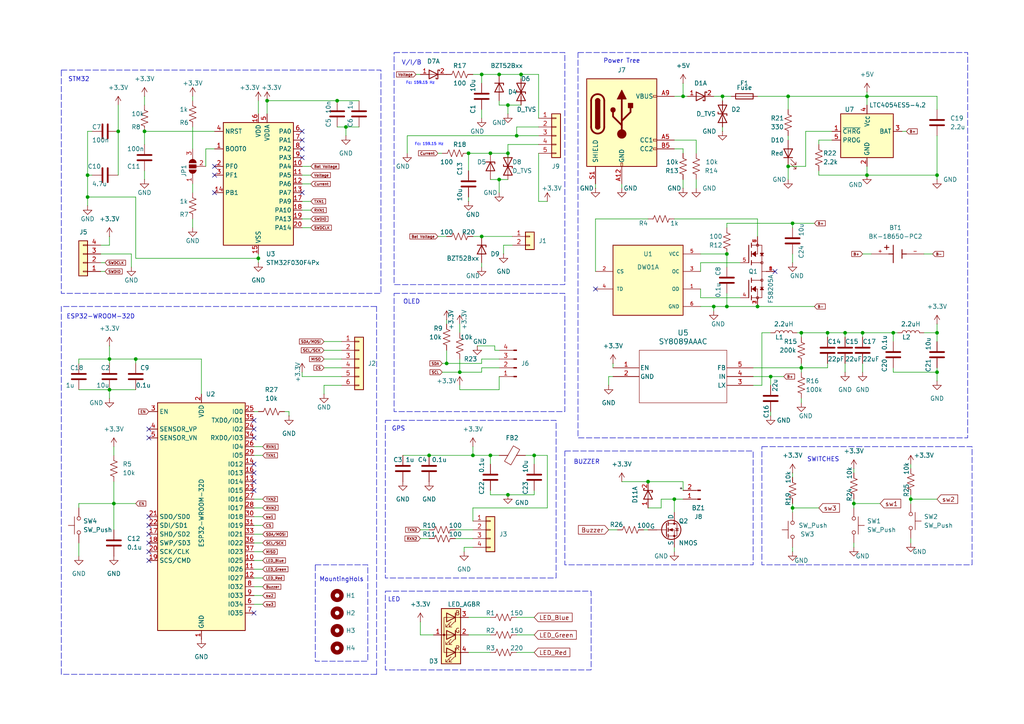
<source format=kicad_sch>
(kicad_sch (version 20231120) (generator "eeschema") (generator_version "8.0")
  (paper "A4")
  (lib_symbols
    (symbol "2024-08-12_17-48-37:SY8089AAAC" (pin_names (offset 0.254))
      (property "Reference" "U5" (at 20.32 10.16 0))
      (property "Value" "SY8089AAAC" (at 20.32 7.62 0))
      (symbol "SY8089AAAC_0_1"
        (pin input line (at 40.64 -2.54 180) (length 7.62) (name "IN") (number "4"))
        (pin output line (at 40.64 0 180) (length 7.62) (name "FB") (number "5"))
      )
      (symbol "SY8089AAAC_1_1"
        (pin power_in line (at 0 0 0) (length 7.62) (name "EN") (number "1"))
        (pin passive line (at 0 -2.54 0) (length 7.62) (name "GND") (number "2"))
        (pin passive line (at 40.64 -5.08 180) (length 7.62) (name "LX") (number "3"))
      )
    )
    (symbol "BK-18650-PC2:BK-18650-PC2" (pin_names (offset 1.016))
      (property "Reference" "BT" (at -3.81 3.81 0))
      (property "Value" "BK-18650-PC2" (at -3.81 -5.08 0))
      (symbol "BK-18650-PC2_0_0"
        (pin passive line (at -7.62 0 0) (length 5.08) (name "~") (number "+"))
        (pin passive line (at 7.62 0 180) (length 5.08) (name "~") (number "-"))
      )
    )
    (symbol "Battery_Management:LTC4054ES5-4.2"
      (property "Reference" "U" (at -5.842 6.604 0))
      (property "Value" "LTC4054ES5-4.2" (at 1.524 6.604 0))
      (symbol "LTC4054ES5-4.2_1_1"
        (pin open_collector line (at -10.16 0 0) (length 2.54) (name "~{CHRG}") (number "1"))
        (pin power_in line (at 0 -10.16 90) (length 2.54) (name "GND") (number "2"))
        (pin power_out line (at 10.16 0 180) (length 2.54) (name "BAT") (number "3"))
        (pin power_in line (at 0 7.62 270) (length 2.54) (name "V_{CC}") (number "4"))
        (pin bidirectional line (at -10.16 -2.54 0) (length 2.54) (name "PROG") (number "5"))
      )
    )
    (symbol "Connector:Conn_01x02_Pin" (pin_names (offset 1.016) hide)
      (property "Reference" "J" (at 0 2.54 0))
      (property "Value" "Conn_01x02_Pin" (at 0 -5.08 0))
      (symbol "Conn_01x02_Pin_1_1"
        (pin passive line (at 5.08 0 180) (length 3.81) (name "Pin_1") (number "1"))
        (pin passive line (at 5.08 -2.54 180) (length 3.81) (name "Pin_2") (number "2"))
      )
    )
    (symbol "Connector:Conn_01x04_Pin" (pin_names (offset 1.016) hide)
      (property "Reference" "J" (at 0 5.08 0))
      (property "Value" "Conn_01x04_Pin" (at 0 -7.62 0))
      (symbol "Conn_01x04_Pin_1_1"
        (pin passive line (at 5.08 2.54 180) (length 3.81) (name "Pin_1") (number "1"))
        (pin passive line (at 5.08 0 180) (length 3.81) (name "Pin_2") (number "2"))
        (pin passive line (at 5.08 -2.54 180) (length 3.81) (name "Pin_3") (number "3"))
        (pin passive line (at 5.08 -5.08 180) (length 3.81) (name "Pin_4") (number "4"))
      )
    )
    (symbol "Connector:USB_C_Receptacle_PowerOnly_6P" (pin_names (offset 1.016))
      (property "Reference" "J" (at 0 16.51 0))
      (property "Value" "USB_C_Receptacle_PowerOnly_6P" (at 0 13.97 0))
      (symbol "USB_C_Receptacle_PowerOnly_6P_1_1"
        (pin passive line (at 0 -17.78 90) (length 5.08) (name "GND") (number "A12"))
        (pin bidirectional line (at 15.24 -5.08 180) (length 5.08) (name "CC1") (number "A5"))
        (pin passive line (at 15.24 7.62 180) (length 5.08) (name "VBUS") (number "A9"))
        (pin passive line (at 0 -17.78 90) (length 5.08) hide (name "GND") (number "B12"))
        (pin bidirectional line (at 15.24 -7.62 180) (length 5.08) (name "CC2") (number "B5"))
        (pin passive line (at 15.24 7.62 180) (length 5.08) hide (name "VBUS") (number "B9"))
        (pin passive line (at -7.62 -17.78 90) (length 5.08) (name "SHIELD") (number "S1"))
      )
    )
    (symbol "Connector_Generic:Conn_01x02" (pin_names (offset 1.016) hide)
      (property "Reference" "J" (at 0 2.54 0))
      (property "Value" "Conn_01x02" (at 0 -5.08 0))
      (symbol "Conn_01x02_1_1"
        (pin passive line (at -5.08 0 0) (length 3.81) (name "Pin_1") (number "1"))
        (pin passive line (at -5.08 -2.54 0) (length 3.81) (name "Pin_2") (number "2"))
      )
    )
    (symbol "Connector_Generic:Conn_01x04" (pin_names (offset 1.016) hide)
      (property "Reference" "J" (at 0 5.08 0))
      (property "Value" "Conn_01x04" (at 0 -7.62 0))
      (symbol "Conn_01x04_1_1"
        (pin passive line (at -5.08 2.54 0) (length 3.81) (name "Pin_1") (number "1"))
        (pin passive line (at -5.08 0 0) (length 3.81) (name "Pin_2") (number "2"))
        (pin passive line (at -5.08 -2.54 0) (length 3.81) (name "Pin_3") (number "3"))
        (pin passive line (at -5.08 -5.08 0) (length 3.81) (name "Pin_4") (number "4"))
      )
    )
    (symbol "Connector_Generic:Conn_01x05" (pin_names (offset 1.016) hide)
      (property "Reference" "J" (at 0 7.62 0))
      (property "Value" "Conn_01x05" (at 0 -7.62 0))
      (symbol "Conn_01x05_1_1"
        (pin passive line (at -5.08 5.08 0) (length 3.81) (name "Pin_1") (number "1"))
        (pin passive line (at -5.08 2.54 0) (length 3.81) (name "Pin_2") (number "2"))
        (pin passive line (at -5.08 0 0) (length 3.81) (name "Pin_3") (number "3"))
        (pin passive line (at -5.08 -2.54 0) (length 3.81) (name "Pin_4") (number "4"))
        (pin passive line (at -5.08 -5.08 0) (length 3.81) (name "Pin_5") (number "5"))
      )
    )
    (symbol "Connector_Generic:Conn_01x06" (pin_names (offset 1.016) hide)
      (property "Reference" "J" (at 0 7.62 0))
      (property "Value" "Conn_01x06" (at 0 -10.16 0))
      (symbol "Conn_01x06_1_1"
        (pin passive line (at -5.08 5.08 0) (length 3.81) (name "Pin_1") (number "1"))
        (pin passive line (at -5.08 2.54 0) (length 3.81) (name "Pin_2") (number "2"))
        (pin passive line (at -5.08 0 0) (length 3.81) (name "Pin_3") (number "3"))
        (pin passive line (at -5.08 -2.54 0) (length 3.81) (name "Pin_4") (number "4"))
        (pin passive line (at -5.08 -5.08 0) (length 3.81) (name "Pin_5") (number "5"))
        (pin passive line (at -5.08 -7.62 0) (length 3.81) (name "Pin_6") (number "6"))
      )
    )
    (symbol "DW01A:DW01A" (pin_names (offset 1.016))
      (property "Reference" "U" (at -10.16 11.43 0))
      (property "Value" "DW01A" (at -3.048 -0.254 0))
      (symbol "DW01A_0_0"
        (pin output line (at 15.24 -2.54 180) (length 5.08) (name "OD") (number "1"))
        (pin input line (at -15.24 2.54 0) (length 5.08) (name "CS") (number "2"))
        (pin output line (at 15.24 2.54 180) (length 5.08) (name "OC") (number "3"))
        (pin passive line (at -15.24 -2.54 0) (length 5.08) (name "TD") (number "4"))
        (pin power_in line (at 15.24 7.62 180) (length 5.08) (name "VCC") (number "5"))
        (pin power_in line (at 15.24 -7.62 180) (length 5.08) (name "GND") (number "6"))
      )
    )
    (symbol "Device:C" (pin_numbers hide) (pin_names (offset 0.254))
      (property "Reference" "C" (at 0.635 2.54 0))
      (property "Value" "C" (at 0.635 -2.54 0))
      (symbol "C_1_1"
        (pin passive line (at 0 3.81 270) (length 2.794) (name "~") (number "1"))
        (pin passive line (at 0 -3.81 90) (length 2.794) (name "~") (number "2"))
      )
    )
    (symbol "Device:D_Schottky_Dual_CommonAnode_AKK_Split" (pin_names (offset 0.762) hide)
      (property "Reference" "D" (at 0 2.54 0))
      (property "Value" "D_Schottky_Dual_CommonAnode_AKK_Split" (at 0 -2.54 0))
      (symbol "D_Schottky_Dual_CommonAnode_AKK_Split_0_1"
        (pin passive line (at -3.81 0 0) (length 2.54) (name "A") (number "1"))
      )
      (symbol "D_Schottky_Dual_CommonAnode_AKK_Split_1_1"
        (pin passive line (at 3.81 0 180) (length 2.54) (name "K") (number "2"))
      )
      (symbol "D_Schottky_Dual_CommonAnode_AKK_Split_2_1"
        (pin passive line (at 3.81 0 180) (length 2.54) (name "K") (number "3"))
      )
    )
    (symbol "Device:D_TVS" (pin_numbers hide) (pin_names (offset 1.016) hide)
      (property "Reference" "D" (at 0 2.54 0))
      (property "Value" "D_TVS" (at 0 -2.54 0))
      (symbol "D_TVS_1_1"
        (pin passive line (at -3.81 0 0) (length 2.54) (name "A1") (number "1"))
        (pin passive line (at 3.81 0 180) (length 2.54) (name "A2") (number "2"))
      )
    )
    (symbol "Device:FerriteBead" (pin_numbers hide) (pin_names (offset 0))
      (property "Reference" "FB" (at -3.81 0.635 90))
      (property "Value" "FerriteBead" (at 3.81 0 90))
      (symbol "FerriteBead_1_1"
        (pin passive line (at 0 3.81 270) (length 2.54) (name "~") (number "1"))
        (pin passive line (at 0 -3.81 90) (length 2.54) (name "~") (number "2"))
      )
    )
    (symbol "Device:Fuse" (pin_numbers hide) (pin_names (offset 0))
      (property "Reference" "F" (at 2.032 0 90))
      (property "Value" "Fuse" (at -1.905 0 90))
      (symbol "Fuse_1_1"
        (pin passive line (at 0 3.81 270) (length 1.27) (name "~") (number "1"))
        (pin passive line (at 0 -3.81 90) (length 1.27) (name "~") (number "2"))
      )
    )
    (symbol "Device:L" (pin_numbers hide) (pin_names (offset 1.016) hide)
      (property "Reference" "L" (at -1.27 0 90))
      (property "Value" "L" (at 1.905 0 90))
      (symbol "L_1_1"
        (pin passive line (at 0 3.81 270) (length 1.27) (name "1") (number "1"))
        (pin passive line (at 0 -3.81 90) (length 1.27) (name "2") (number "2"))
      )
    )
    (symbol "Device:LED" (pin_numbers hide) (pin_names (offset 1.016) hide)
      (property "Reference" "D" (at 0 2.54 0))
      (property "Value" "LED" (at 0 -2.54 0))
      (symbol "LED_1_1"
        (pin passive line (at -3.81 0 0) (length 2.54) (name "K") (number "1"))
        (pin passive line (at 3.81 0 180) (length 2.54) (name "A") (number "2"))
      )
    )
    (symbol "Device:LED_AGBR" (pin_names (offset 0) hide)
      (property "Reference" "D" (at 0 9.398 0))
      (property "Value" "LED_AGBR" (at 0 -8.89 0))
      (symbol "LED_AGBR_0_0"
        (text "B" (at -1.905 -6.35 0) (effects (font (size 1.27 1.27))))
        (text "G" (at -1.905 -1.27 0) (effects (font (size 1.27 1.27))))
        (text "R" (at -1.905 3.81 0) (effects (font (size 1.27 1.27))))
      )
      (symbol "LED_AGBR_1_1"
        (pin passive line (at 5.08 0 180) (length 2.54) (name "A") (number "1"))
        (pin passive line (at -5.08 0 0) (length 2.54) (name "GK") (number "2"))
        (pin passive line (at -5.08 -5.08 0) (length 2.54) (name "BK") (number "3"))
        (pin passive line (at -5.08 5.08 0) (length 2.54) (name "RK") (number "4"))
      )
    )
    (symbol "Device:R_US" (pin_numbers hide) (pin_names (offset 0))
      (property "Reference" "R" (at 2.54 0 90))
      (property "Value" "R_US" (at -2.54 0 90))
      (symbol "R_US_1_1"
        (pin passive line (at 0 3.81 270) (length 1.27) (name "~") (number "1"))
        (pin passive line (at 0 -3.81 90) (length 1.27) (name "~") (number "2"))
      )
    )
    (symbol "Diode:BZT52Bxx" (pin_numbers hide) (pin_names hide)
      (property "Reference" "D" (at 0 2.54 0))
      (property "Value" "BZT52Bxx" (at 0 -2.54 0))
      (symbol "BZT52Bxx_1_1"
        (pin passive line (at -3.81 0 0) (length 2.54) (name "K") (number "1"))
        (pin passive line (at 3.81 0 180) (length 2.54) (name "A") (number "2"))
      )
    )
    (symbol "FS8205A:FS8205A" (pin_names (offset 1.016))
      (property "Reference" "Q1" (at -5.08 -2.54 0))
      (property "Value" "FS8205A" (at -3.81 0 0))
      (symbol "FS8205A_0_0"
        (pin passive line (at 5.08 0 180) (length 2.54) (name "~") (number "1"))
        (pin passive line (at 0 -10.16 90) (length 2.54) (name "~") (number "2"))
        (pin passive line (at 0 -10.16 90) (length 2.54) (name "~") (number "3"))
        (pin passive line (at -5.08 -7.62 0) (length 2.54) (name "~") (number "4"))
        (pin passive line (at -5.08 2.54 0) (length 2.54) (name "~") (number "5"))
        (pin passive line (at 0 10.16 270) (length 2.54) (name "~") (number "6"))
        (pin passive line (at 0 10.16 270) (length 2.54) (name "~") (number "7"))
        (pin passive line (at 5.08 0 180) (length 2.54) (name "~") (number "8"))
      )
    )
    (symbol "Jumper:SolderJumper_3_Open" (pin_names (offset 0) hide) (exclude_from_sim yes) (in_bom no)
      (property "Reference" "JP" (at -2.54 -2.54 0))
      (property "Value" "SolderJumper_3_Open" (at 0 2.794 0))
      (symbol "SolderJumper_3_Open_1_1"
        (pin passive line (at -5.08 0 0) (length 2.54) (name "A") (number "1"))
        (pin passive line (at 0 -3.81 90) (length 2.54) (name "C") (number "2"))
        (pin passive line (at 5.08 0 180) (length 2.54) (name "B") (number "3"))
      )
    )
    (symbol "MCU_ST_STM32F0:STM32F030F4Px"
      (property "Reference" "U" (at -10.16 19.05 0))
      (property "Value" "STM32F030F4Px" (at 5.08 19.05 0))
      (symbol "STM32F030F4Px_1_1"
        (pin input line (at -12.7 10.16 0) (length 2.54) (name "BOOT0") (number "1"))
        (pin bidirectional line (at 12.7 5.08 180) (length 2.54) (name "PA4") (number "10"))
        (pin bidirectional line (at 12.7 2.54 180) (length 2.54) (name "PA5") (number "11"))
        (pin bidirectional line (at 12.7 0 180) (length 2.54) (name "PA6") (number "12"))
        (pin bidirectional line (at 12.7 -2.54 180) (length 2.54) (name "PA7") (number "13"))
        (pin bidirectional line (at -12.7 -2.54 0) (length 2.54) (name "PB1") (number "14"))
        (pin power_in line (at 0 -20.32 90) (length 2.54) (name "VSS") (number "15"))
        (pin power_in line (at 0 20.32 270) (length 2.54) (name "VDD") (number "16"))
        (pin bidirectional line (at 12.7 -5.08 180) (length 2.54) (name "PA9") (number "17"))
        (pin bidirectional line (at 12.7 -7.62 180) (length 2.54) (name "PA10") (number "18"))
        (pin bidirectional line (at 12.7 -10.16 180) (length 2.54) (name "PA13") (number "19"))
        (pin bidirectional line (at -12.7 5.08 0) (length 2.54) (name "PF0") (number "2"))
        (pin bidirectional line (at 12.7 -12.7 180) (length 2.54) (name "PA14") (number "20"))
        (pin bidirectional line (at -12.7 2.54 0) (length 2.54) (name "PF1") (number "3"))
        (pin input line (at -12.7 15.24 0) (length 2.54) (name "NRST") (number "4"))
        (pin power_in line (at 2.54 20.32 270) (length 2.54) (name "VDDA") (number "5"))
        (pin bidirectional line (at 12.7 15.24 180) (length 2.54) (name "PA0") (number "6"))
        (pin bidirectional line (at 12.7 12.7 180) (length 2.54) (name "PA1") (number "7"))
        (pin bidirectional line (at 12.7 10.16 180) (length 2.54) (name "PA2") (number "8"))
        (pin bidirectional line (at 12.7 7.62 180) (length 2.54) (name "PA3") (number "9"))
      )
    )
    (symbol "Mechanical:MountingHole" (pin_names (offset 1.016)) (exclude_from_sim yes) (in_bom no)
      (property "Reference" "H" (at 0 5.08 0))
      (property "Value" "MountingHole" (at 0 3.175 0))
    )
    (symbol "RF_Module:ESP32-WROOM-32D"
      (property "Reference" "U" (at -12.7 34.29 0))
      (property "Value" "ESP32-WROOM-32D" (at 1.27 34.29 0))
      (symbol "ESP32-WROOM-32D_1_1"
        (pin power_in line (at 0 -35.56 90) (length 2.54) (name "GND") (number "1"))
        (pin bidirectional line (at 15.24 -12.7 180) (length 2.54) (name "IO25") (number "10"))
        (pin bidirectional line (at 15.24 -15.24 180) (length 2.54) (name "IO26") (number "11"))
        (pin bidirectional line (at 15.24 -17.78 180) (length 2.54) (name "IO27") (number "12"))
        (pin bidirectional line (at 15.24 10.16 180) (length 2.54) (name "IO14") (number "13"))
        (pin bidirectional line (at 15.24 15.24 180) (length 2.54) (name "IO12") (number "14"))
        (pin passive line (at 0 -35.56 90) (length 2.54) hide (name "GND") (number "15"))
        (pin bidirectional line (at 15.24 12.7 180) (length 2.54) (name "IO13") (number "16"))
        (pin bidirectional line (at -15.24 -5.08 0) (length 2.54) (name "SHD/SD2") (number "17"))
        (pin bidirectional line (at -15.24 -7.62 0) (length 2.54) (name "SWP/SD3") (number "18"))
        (pin bidirectional line (at -15.24 -12.7 0) (length 2.54) (name "SCS/CMD") (number "19"))
        (pin power_in line (at 0 35.56 270) (length 2.54) (name "VDD") (number "2"))
        (pin bidirectional line (at -15.24 -10.16 0) (length 2.54) (name "SCK/CLK") (number "20"))
        (pin bidirectional line (at -15.24 0 0) (length 2.54) (name "SDO/SD0") (number "21"))
        (pin bidirectional line (at -15.24 -2.54 0) (length 2.54) (name "SDI/SD1") (number "22"))
        (pin bidirectional line (at 15.24 7.62 180) (length 2.54) (name "IO15") (number "23"))
        (pin bidirectional line (at 15.24 25.4 180) (length 2.54) (name "IO2") (number "24"))
        (pin bidirectional line (at 15.24 30.48 180) (length 2.54) (name "IO0") (number "25"))
        (pin bidirectional line (at 15.24 20.32 180) (length 2.54) (name "IO4") (number "26"))
        (pin bidirectional line (at 15.24 5.08 180) (length 2.54) (name "IO16") (number "27"))
        (pin bidirectional line (at 15.24 2.54 180) (length 2.54) (name "IO17") (number "28"))
        (pin bidirectional line (at 15.24 17.78 180) (length 2.54) (name "IO5") (number "29"))
        (pin input line (at -15.24 30.48 0) (length 2.54) (name "EN") (number "3"))
        (pin bidirectional line (at 15.24 0 180) (length 2.54) (name "IO18") (number "30"))
        (pin bidirectional line (at 15.24 -2.54 180) (length 2.54) (name "IO19") (number "31"))
        (pin no_connect line (at -12.7 -27.94 0) (length 2.54) hide (name "NC") (number "32"))
        (pin bidirectional line (at 15.24 -5.08 180) (length 2.54) (name "IO21") (number "33"))
        (pin bidirectional line (at 15.24 22.86 180) (length 2.54) (name "RXD0/IO3") (number "34"))
        (pin bidirectional line (at 15.24 27.94 180) (length 2.54) (name "TXD0/IO1") (number "35"))
        (pin bidirectional line (at 15.24 -7.62 180) (length 2.54) (name "IO22") (number "36"))
        (pin bidirectional line (at 15.24 -10.16 180) (length 2.54) (name "IO23") (number "37"))
        (pin passive line (at 0 -35.56 90) (length 2.54) hide (name "GND") (number "38"))
        (pin passive line (at 0 -35.56 90) (length 2.54) hide (name "GND") (number "39"))
        (pin input line (at -15.24 25.4 0) (length 2.54) (name "SENSOR_VP") (number "4"))
        (pin input line (at -15.24 22.86 0) (length 2.54) (name "SENSOR_VN") (number "5"))
        (pin input line (at 15.24 -25.4 180) (length 2.54) (name "IO34") (number "6"))
        (pin input line (at 15.24 -27.94 180) (length 2.54) (name "IO35") (number "7"))
        (pin bidirectional line (at 15.24 -20.32 180) (length 2.54) (name "IO32") (number "8"))
        (pin bidirectional line (at 15.24 -22.86 180) (length 2.54) (name "IO33") (number "9"))
      )
    )
    (symbol "Simulation_SPICE:NMOS" (pin_numbers hide) (pin_names (offset 0))
      (property "Reference" "Q" (at 5.08 1.27 0))
      (property "Value" "NMOS" (at 5.08 -1.27 0))
      (symbol "NMOS_1_1"
        (pin passive line (at 2.54 5.08 270) (length 2.54) (name "D") (number "1"))
        (pin input line (at -5.08 0 0) (length 2.54) (name "G") (number "2"))
        (pin passive line (at 2.54 -5.08 90) (length 2.54) (name "S") (number "3"))
      )
    )
    (symbol "Switch:SW_Push" (pin_numbers hide) (pin_names (offset 1.016) hide)
      (property "Reference" "SW" (at 1.27 2.54 0))
      (property "Value" "SW_Push" (at 0 -1.524 0))
      (symbol "SW_Push_0_1"
        (pin passive line (at -5.08 0 0) (length 2.54) (name "1") (number "1"))
        (pin passive line (at 5.08 0 180) (length 2.54) (name "2") (number "2"))
      )
    )
    (symbol "power:+3.3V" (power) (pin_numbers hide) (pin_names (offset 0) hide)
      (property "Value" "+3.3V" (at 0 3.556 0))
      (symbol "+3.3V_1_1"
        (pin power_in line (at 0 0 90) (length 0) (name "~") (number "1"))
      )
    )
    (symbol "power:+5V" (power) (pin_numbers hide) (pin_names (offset 0) hide)
      (property "Value" "+5V" (at 0 3.556 0))
      (symbol "+5V_1_1"
        (pin power_in line (at 0 0 90) (length 0) (name "~") (number "1"))
      )
    )
    (symbol "power:GND" (power) (pin_numbers hide) (pin_names (offset 0) hide)
      (property "Value" "GND" (at 0 -3.81 0))
      (symbol "GND_1_1"
        (pin power_in line (at 0 0 270) (length 0) (name "~") (number "1"))
      )
    )
  )
  (junction (at 223.52 109.22))
  (junction (at 142.24 44.45))
  (junction (at 74.93 74.93))
  (junction (at 31.75 113.03))
  (junction (at 247.65 146.05))
  (junction (at 209.55 27.94))
  (junction (at 251.46 27.94))
  (junction (at 139.7 21.59))
  (junction (at 259.08 96.52))
  (junction (at 198.12 27.94))
  (junction (at 240.03 96.52))
  (junction (at 229.87 64.77))
  (junction (at 34.29 38.1))
  (junction (at 207.01 88.9))
  (junction (at 154.94 132.08))
  (junction (at 97.79 29.21))
  (junction (at 195.58 144.78))
  (junction (at 147.32 44.45))
  (junction (at 210.82 73.66))
  (junction (at 139.7 68.58))
  (junction (at 142.24 132.08))
  (junction (at 229.87 147.32))
  (junction (at 135.89 44.45))
  (junction (at 251.46 50.8))
  (junction (at 41.91 38.1))
  (junction (at 250.19 96.52))
  (junction (at 149.86 39.37))
  (junction (at 210.82 88.9))
  (junction (at 147.32 143.51))
  (junction (at 39.37 104.14))
  (junction (at 151.13 21.59))
  (junction (at 228.6 48.26))
  (junction (at 31.75 104.14))
  (junction (at 129.54 105.41))
  (junction (at 137.16 132.08))
  (junction (at 33.02 146.05))
  (junction (at 228.6 27.94))
  (junction (at 232.41 96.52))
  (junction (at 144.78 52.07))
  (junction (at 100.33 36.83))
  (junction (at 133.35 107.95))
  (junction (at 144.78 21.59))
  (junction (at 232.41 106.68))
  (junction (at 77.47 29.21))
  (junction (at 271.78 50.8))
  (junction (at 147.32 30.48))
  (junction (at 25.4 50.8))
  (junction (at 187.96 139.7))
  (junction (at 245.11 96.52))
  (junction (at 124.46 132.08))
  (junction (at 271.78 107.95))
  (junction (at 25.4 57.15))
  (junction (at 264.16 144.78))
  (junction (at 219.71 88.9))
  (junction (at 271.78 96.52))
  (no_connect (at 43.18 152.4))
  (no_connect (at 73.66 142.24))
  (no_connect (at 172.72 83.82))
  (no_connect (at 43.18 127))
  (no_connect (at 87.63 40.64))
  (no_connect (at 43.18 124.46))
  (no_connect (at 43.18 157.48))
  (no_connect (at 73.66 134.62))
  (no_connect (at 73.66 139.7))
  (no_connect (at 43.18 154.94))
  (no_connect (at 73.66 177.8))
  (no_connect (at 43.18 149.86))
  (no_connect (at 62.23 48.26))
  (no_connect (at 87.63 55.88))
  (no_connect (at 43.18 162.56))
  (no_connect (at 224.79 78.74))
  (no_connect (at 87.63 45.72))
  (no_connect (at 87.63 38.1))
  (no_connect (at 73.66 124.46))
  (no_connect (at 62.23 50.8))
  (no_connect (at 43.18 160.02))
  (no_connect (at 62.23 55.88))
  (no_connect (at 87.63 43.18))
  (no_connect (at 73.66 121.92))
  (no_connect (at 73.66 137.16))
  (no_connect (at 73.66 127))
  (wire (pts (xy 172.72 53.34) (xy 172.72 54.61)))
  (wire (pts (xy 218.44 106.68) (xy 232.41 106.68)))
  (wire (pts (xy 229.87 146.05) (xy 229.87 147.32)))
  (wire (pts (xy 30.48 78.74) (xy 29.21 78.74)))
  (wire (pts (xy 39.37 104.14) (xy 58.42 104.14)))
  (wire (pts (xy 203.2 73.66) (xy 210.82 73.66)))
  (wire (pts (xy 228.6 27.94) (xy 251.46 27.94)))
  (wire (pts (xy 39.37 57.15) (xy 25.4 57.15)))
  (wire (pts (xy 223.52 109.22) (xy 218.44 109.22)))
  (wire (pts (xy 203.2 88.9) (xy 207.01 88.9)))
  (wire (pts (xy 76.2 162.56) (xy 73.66 162.56)))
  (wire (pts (xy 259.08 107.95) (xy 271.78 107.95)))
  (wire (pts (xy 135.89 179.07) (xy 142.24 179.07)))
  (wire (pts (xy 132.08 153.67) (xy 137.16 153.67)))
  (wire (pts (xy 121.92 153.67) (xy 124.46 153.67)))
  (wire (pts (xy 195.58 158.75) (xy 195.58 160.02)))
  (wire (pts (xy 87.63 58.42) (xy 90.17 58.42)))
  (wire (pts (xy 142.24 44.45) (xy 147.32 44.45)))
  (wire (pts (xy 93.98 99.06) (xy 99.06 99.06)))
  (wire (pts (xy 143.51 101.6) (xy 143.51 100.33)))
  (wire (pts (xy 149.86 36.83) (xy 156.21 36.83)))
  (wire (pts (xy 144.78 101.6) (xy 143.51 101.6)))
  (wire (pts (xy 22.86 146.05) (xy 33.02 146.05)))
  (wire (pts (xy 219.71 88.9) (xy 210.82 88.9)))
  (wire (pts (xy 203.2 86.36) (xy 203.2 83.82)))
  (wire (pts (xy 209.55 36.83) (xy 209.55 38.1)))
  (wire (pts (xy 93.98 111.76) (xy 93.98 114.3)))
  (wire (pts (xy 250.19 96.52) (xy 259.08 96.52)))
  (wire (pts (xy 116.84 132.08) (xy 124.46 132.08)))
  (wire (pts (xy 133.35 111.76) (xy 133.35 113.03)))
  (wire (pts (xy 73.66 170.18) (xy 76.2 170.18)))
  (wire (pts (xy 73.66 152.4) (xy 76.2 152.4)))
  (wire (pts (xy 129.54 101.6) (xy 129.54 105.41)))
  (wire (pts (xy 271.78 93.98) (xy 271.78 96.52)))
  (wire (pts (xy 73.66 132.08) (xy 76.2 132.08)))
  (wire (pts (xy 232.41 116.84) (xy 232.41 115.57)))
  (wire (pts (xy 176.53 153.67) (xy 179.07 153.67)))
  (wire (pts (xy 135.89 184.15) (xy 142.24 184.15)))
  (wire (pts (xy 118.11 39.37) (xy 149.86 39.37)))
  (wire (pts (xy 142.24 143.51) (xy 147.32 143.51)))
  (wire (pts (xy 73.66 119.38) (xy 74.93 119.38)))
  (wire (pts (xy 259.08 106.68) (xy 259.08 107.95)))
  (wire (pts (xy 228.6 31.75) (xy 228.6 27.94)))
  (wire (pts (xy 29.21 73.66) (xy 38.1 73.66)))
  (wire (pts (xy 73.66 149.86) (xy 76.2 149.86)))
  (wire (pts (xy 76.2 167.64) (xy 73.66 167.64)))
  (wire (pts (xy 271.78 27.94) (xy 271.78 31.75)))
  (wire (pts (xy 261.62 38.1) (xy 262.89 38.1)))
  (wire (pts (xy 250.19 97.79) (xy 250.19 96.52)))
  (wire (pts (xy 144.78 109.22) (xy 144.78 113.03)))
  (wire (pts (xy 241.3 40.64) (xy 237.49 40.64)))
  (wire (pts (xy 33.02 146.05) (xy 33.02 153.67)))
  (wire (pts (xy 229.87 147.32) (xy 229.87 148.59)))
  (wire (pts (xy 93.98 106.68) (xy 99.06 106.68)))
  (wire (pts (xy 250.19 96.52) (xy 245.11 96.52)))
  (wire (pts (xy 251.46 27.94) (xy 251.46 30.48)))
  (wire (pts (xy 237.49 50.8) (xy 237.49 49.53)))
  (wire (pts (xy 223.52 111.76) (xy 223.52 109.22)))
  (polyline (pts (xy 109.22 195.58) (xy 109.22 88.9)) (stroke (width 0) (type dash)))
  (wire (pts (xy 271.78 96.52) (xy 271.78 99.06)))
  (wire (pts (xy 207.01 27.94) (xy 209.55 27.94)))
  (wire (pts (xy 271.78 39.37) (xy 271.78 50.8)))
  (wire (pts (xy 73.66 175.26) (xy 76.2 175.26)))
  (wire (pts (xy 137.16 132.08) (xy 142.24 132.08)))
  (wire (pts (xy 93.98 111.76) (xy 99.06 111.76)))
  (wire (pts (xy 83.82 119.38) (xy 83.82 120.65)))
  (wire (pts (xy 264.16 134.62) (xy 264.16 135.89)))
  (wire (pts (xy 22.86 113.03) (xy 31.75 113.03)))
  (wire (pts (xy 39.37 105.41) (xy 39.37 104.14)))
  (wire (pts (xy 137.16 151.13) (xy 137.16 147.32)))
  (wire (pts (xy 129.54 105.41) (xy 139.7 105.41)))
  (wire (pts (xy 223.52 119.38) (xy 223.52 120.65)))
  (wire (pts (xy 195.58 144.78) (xy 198.12 144.78)))
  (wire (pts (xy 87.63 107.95) (xy 87.63 109.22)))
  (wire (pts (xy 251.46 50.8) (xy 271.78 50.8)))
  (wire (pts (xy 158.75 132.08) (xy 154.94 132.08)))
  (wire (pts (xy 127 68.58) (xy 129.54 68.58)))
  (wire (pts (xy 132.08 156.21) (xy 137.16 156.21)))
  (wire (pts (xy 210.82 64.77) (xy 229.87 64.77)))
  (wire (pts (xy 121.92 184.15) (xy 125.73 184.15)))
  (wire (pts (xy 232.41 106.68) (xy 232.41 107.95)))
  (wire (pts (xy 137.16 132.08) (xy 124.46 132.08)))
  (wire (pts (xy 147.32 143.51) (xy 154.94 143.51)))
  (wire (pts (xy 147.32 44.45) (xy 147.32 45.72)))
  (wire (pts (xy 137.16 158.75) (xy 134.62 158.75)))
  (wire (pts (xy 207.01 88.9) (xy 207.01 90.17)))
  (wire (pts (xy 87.63 50.8) (xy 90.17 50.8)))
  (wire (pts (xy 26.67 38.1) (xy 25.4 38.1)))
  (wire (pts (xy 233.68 38.1) (xy 233.68 48.26)))
  (wire (pts (xy 264.16 156.21) (xy 264.16 157.48)))
  (polyline (pts (xy 109.22 195.58) (xy 17.78 195.58)) (stroke (width 0) (type dash)))
  (wire (pts (xy 139.7 106.68) (xy 139.7 107.95)))
  (wire (pts (xy 76.2 144.78) (xy 73.66 144.78)))
  (wire (pts (xy 156.21 58.42) (xy 158.75 58.42)))
  (wire (pts (xy 55.88 63.5) (xy 55.88 66.04)))
  (wire (pts (xy 139.7 104.14) (xy 139.7 105.41)))
  (wire (pts (xy 139.7 21.59) (xy 139.7 24.13)))
  (wire (pts (xy 62.23 43.18) (xy 59.69 43.18)))
  (wire (pts (xy 245.11 96.52) (xy 240.03 96.52)))
  (wire (pts (xy 87.63 63.5) (xy 90.17 63.5)))
  (wire (pts (xy 34.29 30.48) (xy 34.29 38.1)))
  (wire (pts (xy 77.47 29.21) (xy 77.47 33.02)))
  (wire (pts (xy 74.93 74.93) (xy 74.93 76.2)))
  (wire (pts (xy 232.41 105.41) (xy 232.41 106.68)))
  (wire (pts (xy 187.96 63.5) (xy 172.72 63.5)))
  (wire (pts (xy 74.93 73.66) (xy 74.93 74.93)))
  (wire (pts (xy 33.02 139.7) (xy 33.02 146.05)))
  (wire (pts (xy 229.87 158.75) (xy 229.87 160.02)))
  (wire (pts (xy 247.65 157.48) (xy 247.65 158.75)))
  (wire (pts (xy 33.02 146.05) (xy 39.37 146.05)))
  (wire (pts (xy 144.78 106.68) (xy 139.7 106.68)))
  (wire (pts (xy 139.7 76.2) (xy 139.7 77.47)))
  (wire (pts (xy 31.75 105.41) (xy 31.75 104.14)))
  (wire (pts (xy 133.35 104.14) (xy 133.35 107.95)))
  (wire (pts (xy 203.2 86.36) (xy 214.63 86.36)))
  (wire (pts (xy 120.65 21.59) (xy 121.92 21.59)))
  (wire (pts (xy 210.82 73.66) (xy 210.82 77.47)))
  (wire (pts (xy 259.08 99.06) (xy 259.08 96.52)))
  (wire (pts (xy 25.4 57.15) (xy 25.4 59.69)))
  (wire (pts (xy 31.75 113.03) (xy 31.75 115.57)))
  (wire (pts (xy 139.7 68.58) (xy 148.59 68.58)))
  (wire (pts (xy 271.78 107.95) (xy 271.78 110.49)))
  (wire (pts (xy 240.03 106.68) (xy 232.41 106.68)))
  (wire (pts (xy 128.27 107.95) (xy 133.35 107.95)))
  (wire (pts (xy 232.41 96.52) (xy 232.41 97.79)))
  (wire (pts (xy 144.78 52.07) (xy 144.78 55.88)))
  (wire (pts (xy 73.66 154.94) (xy 76.2 154.94)))
  (wire (pts (xy 129.54 92.71) (xy 129.54 93.98)))
  (wire (pts (xy 138.43 100.33) (xy 143.51 100.33)))
  (wire (pts (xy 146.05 71.12) (xy 146.05 73.66)))
  (wire (pts (xy 267.97 96.52) (xy 271.78 96.52)))
  (wire (pts (xy 144.78 104.14) (xy 139.7 104.14)))
  (wire (pts (xy 41.91 38.1) (xy 41.91 41.91)))
  (wire (pts (xy 247.65 135.89) (xy 247.65 137.16)))
  (wire (pts (xy 259.08 96.52) (xy 260.35 96.52)))
  (wire (pts (xy 195.58 27.94) (xy 198.12 27.94)))
  (wire (pts (xy 237.49 50.8) (xy 251.46 50.8)))
  (wire (pts (xy 144.78 30.48) (xy 144.78 29.21)))
  (wire (pts (xy 147.32 30.48) (xy 151.13 30.48)))
  (wire (pts (xy 41.91 38.1) (xy 62.23 38.1)))
  (wire (pts (xy 264.16 144.78) (xy 264.16 146.05)))
  (wire (pts (xy 232.41 96.52) (xy 240.03 96.52)))
  (wire (pts (xy 139.7 21.59) (xy 144.78 21.59)))
  (wire (pts (xy 73.66 129.54) (xy 76.2 129.54)))
  (wire (pts (xy 25.4 38.1) (xy 25.4 50.8)))
  (polyline (pts (xy 17.78 195.58) (xy 17.78 88.9)) (stroke (width 0) (type dash)))
  (wire (pts (xy 74.93 74.93) (xy 39.37 74.93)))
  (wire (pts (xy 229.87 64.77) (xy 229.87 66.04)))
  (wire (pts (xy 55.88 53.34) (xy 55.88 55.88)))
  (wire (pts (xy 31.75 113.03) (xy 39.37 113.03)))
  (wire (pts (xy 22.86 104.14) (xy 31.75 104.14)))
  (wire (pts (xy 128.27 105.41) (xy 129.54 105.41)))
  (wire (pts (xy 180.34 139.7) (xy 187.96 139.7)))
  (wire (pts (xy 154.94 142.24) (xy 154.94 143.51)))
  (wire (pts (xy 187.96 139.7) (xy 198.12 139.7)))
  (wire (pts (xy 218.44 111.76) (xy 220.98 111.76)))
  (wire (pts (xy 133.35 93.98) (xy 133.35 96.52)))
  (wire (pts (xy 228.6 39.37) (xy 228.6 40.64)))
  (wire (pts (xy 203.2 78.74) (xy 203.2 76.2)))
  (wire (pts (xy 31.75 71.12) (xy 31.75 68.58)))
  (wire (pts (xy 247.65 146.05) (xy 255.27 146.05)))
  (wire (pts (xy 25.4 50.8) (xy 25.4 57.15)))
  (wire (pts (xy 31.75 104.14) (xy 39.37 104.14)))
  (wire (pts (xy 209.55 27.94) (xy 209.55 29.21)))
  (wire (pts (xy 33.02 129.54) (xy 33.02 132.08)))
  (wire (pts (xy 134.62 158.75) (xy 134.62 160.02)))
  (wire (pts (xy 137.16 68.58) (xy 139.7 68.58)))
  (wire (pts (xy 100.33 36.83) (xy 104.14 36.83)))
  (wire (pts (xy 219.71 27.94) (xy 228.6 27.94)))
  (wire (pts (xy 93.98 104.14) (xy 99.06 104.14)))
  (wire (pts (xy 34.29 38.1) (xy 34.29 50.8)))
  (wire (pts (xy 87.63 60.96) (xy 90.17 60.96)))
  (wire (pts (xy 149.86 179.07) (xy 154.94 179.07)))
  (wire (pts (xy 240.03 96.52) (xy 240.03 97.79)))
  (wire (pts (xy 142.24 134.62) (xy 142.24 132.08)))
  (wire (pts (xy 245.11 105.41) (xy 245.11 107.95)))
  (wire (pts (xy 219.71 88.9) (xy 236.22 88.9)))
  (wire (pts (xy 250.19 73.66) (xy 252.73 73.66)))
  (wire (pts (xy 220.98 111.76) (xy 220.98 96.52)))
  (wire (pts (xy 199.39 27.94) (xy 198.12 27.94)))
  (wire (pts (xy 59.69 43.18) (xy 59.69 48.26)))
  (wire (pts (xy 29.21 71.12) (xy 31.75 71.12)))
  (wire (pts (xy 135.89 189.23) (xy 142.24 189.23)))
  (wire (pts (xy 229.87 147.32) (xy 237.49 147.32)))
  (wire (pts (xy 156.21 21.59) (xy 156.21 34.29)))
  (wire (pts (xy 148.59 71.12) (xy 146.05 71.12)))
  (wire (pts (xy 135.89 44.45) (xy 142.24 44.45)))
  (wire (pts (xy 93.98 101.6) (xy 99.06 101.6)))
  (wire (pts (xy 142.24 132.08) (xy 144.78 132.08)))
  (wire (pts (xy 127 44.45) (xy 128.27 44.45)))
  (wire (pts (xy 186.69 153.67) (xy 187.96 153.67)))
  (wire (pts (xy 76.2 165.1) (xy 73.66 165.1)))
  (wire (pts (xy 156.21 39.37) (xy 149.86 39.37)))
  (wire (pts (xy 195.58 43.18) (xy 198.12 43.18)))
  (wire (pts (xy 264.16 144.78) (xy 271.78 144.78)))
  (wire (pts (xy 229.87 137.16) (xy 229.87 138.43)))
  (wire (pts (xy 147.32 33.02) (xy 147.32 30.48)))
  (wire (pts (xy 147.32 30.48) (xy 144.78 30.48)))
  (wire (pts (xy 154.94 132.08) (xy 154.94 134.62)))
  (wire (pts (xy 149.86 189.23) (xy 154.94 189.23)))
  (wire (pts (xy 87.63 48.26) (xy 90.17 48.26)))
  (wire (pts (xy 144.78 52.07) (xy 147.32 52.07)))
  (wire (pts (xy 74.93 29.21) (xy 74.93 33.02)))
  (wire (pts (xy 55.88 36.83) (xy 55.88 43.18)))
  (wire (pts (xy 207.01 88.9) (xy 210.82 88.9)))
  (wire (pts (xy 195.58 40.64) (xy 201.93 40.64)))
  (wire (pts (xy 73.66 160.02) (xy 76.2 160.02)))
  (wire (pts (xy 22.86 147.32) (xy 22.86 146.05)))
  (wire (pts (xy 198.12 54.61) (xy 198.12 52.07)))
  (wire (pts (xy 229.87 64.77) (xy 236.22 64.77)))
  (wire (pts (xy 76.2 147.32) (xy 73.66 147.32)))
  (wire (pts (xy 264.16 143.51) (xy 264.16 144.78)))
  (wire (pts (xy 191.77 147.32) (xy 191.77 144.78)))
  (wire (pts (xy 177.8 109.22) (xy 176.53 109.22)))
  (wire (pts (xy 147.32 41.91) (xy 147.32 44.45)))
  (wire (pts (xy 73.66 172.72) (xy 76.2 172.72)))
  (wire (pts (xy 58.42 104.14) (xy 58.42 114.3)))
  (wire (pts (xy 220.98 96.52) (xy 223.52 96.52)))
  (wire (pts (xy 142.24 52.07) (xy 144.78 52.07)))
  (wire (pts (xy 38.1 73.66) (xy 38.1 77.47)))
  (wire (pts (xy 231.14 96.52) (xy 232.41 96.52)))
  (wire (pts (xy 41.91 49.53) (xy 41.91 52.07)))
  (wire (pts (xy 247.65 146.05) (xy 247.65 147.32)))
  (wire (pts (xy 152.4 132.08) (xy 154.94 132.08)))
  (wire (pts (xy 198.12 139.7) (xy 198.12 142.24)))
  (wire (pts (xy 198.12 24.13) (xy 198.12 27.94)))
  (wire (pts (xy 137.16 129.54) (xy 137.16 132.08)))
  (wire (pts (xy 251.46 50.8) (xy 251.46 48.26)))
  (wire (pts (xy 142.24 142.24) (xy 142.24 143.51)))
  (wire (pts (xy 22.86 157.48) (xy 22.86 161.29)))
  (wire (pts (xy 191.77 144.78) (xy 195.58 144.78)))
  (wire (pts (xy 26.67 50.8) (xy 25.4 50.8)))
  (wire (pts (xy 133.35 113.03) (xy 144.78 113.03)))
  (wire (pts (xy 251.46 27.94) (xy 271.78 27.94)))
  (wire (pts (xy 118.11 39.37) (xy 118.11 44.45)))
  (wire (pts (xy 229.87 73.66) (xy 229.87 76.2)))
  (wire (pts (xy 201.93 40.64) (xy 201.93 44.45)))
  (wire (pts (xy 149.86 184.15) (xy 154.94 184.15)))
  (wire (pts (xy 233.68 48.26) (xy 228.6 48.26)))
  (wire (pts (xy 271.78 106.68) (xy 271.78 107.95)))
  (wire (pts (xy 228.6 48.26) (xy 228.6 52.07)))
  (wire (pts (xy 245.11 97.79) (xy 245.11 96.52)))
  (wire (pts (xy 30.48 76.2) (xy 29.21 76.2)))
  (wire (pts (xy 31.75 100.33) (xy 31.75 104.14)))
  (wire (pts (xy 83.82 119.38) (xy 82.55 119.38)))
  (wire (pts (xy 87.63 53.34) (xy 90.17 53.34)))
  (wire (pts (xy 121.92 156.21) (xy 124.46 156.21)))
  (wire (pts (xy 271.78 50.8) (xy 271.78 52.07)))
  (wire (pts (xy 149.86 36.83) (xy 149.86 39.37)))
  (wire (pts (xy 219.71 63.5) (xy 195.58 63.5)))
  (wire (pts (xy 198.12 43.18) (xy 198.12 44.45)))
  (wire (pts (xy 22.86 105.41) (xy 22.86 104.14)))
  (wire (pts (xy 247.65 144.78) (xy 247.65 146.05)))
  (wire (pts (xy 176.53 109.22) (xy 176.53 111.76)))
  (wire (pts (xy 251.46 26.67) (xy 251.46 27.94)))
  (wire (pts (xy 209.55 27.94) (xy 212.09 27.94)))
  (wire (pts (xy 233.68 38.1) (xy 241.3 38.1)))
  (wire (pts (xy 237.49 40.64) (xy 237.49 41.91)))
  (wire (pts (xy 158.75 147.32) (xy 158.75 132.08)))
  (wire (pts (xy 240.03 105.41) (xy 240.03 106.68)))
  (wire (pts (xy 156.21 44.45) (xy 156.21 58.42)))
  (wire (pts (xy 187.96 147.32) (xy 191.77 147.32)))
  (wire (pts (xy 139.7 31.75) (xy 139.7 34.29)))
  (wire (pts (xy 195.58 144.78) (xy 195.58 148.59)))
  (wire (pts (xy 135.89 57.15) (xy 135.89 58.42)))
  (wire (pts (xy 100.33 36.83) (xy 100.33 39.37)))
  (wire (pts (xy 87.63 109.22) (xy 99.06 109.22)))
  (wire (pts (xy 97.79 29.21) (xy 104.14 29.21)))
  (wire (pts (xy 156.21 41.91) (xy 147.32 41.91)))
  (wire (pts (xy 180.34 53.34) (xy 180.34 54.61)))
  (wire (pts (xy 250.19 105.41) (xy 250.19 107.95)))
  (wire (pts (xy 133.35 107.95) (xy 139.7 107.95)))
  (polyline (pts (xy 109.22 88.9) (xy 17.78 88.9)) (stroke (width 0) (type dash)))
  (wire (pts (xy 210.82 66.04) (xy 210.82 64.77)))
  (wire (pts (xy 39.37 74.93) (xy 39.37 57.15)))
  (wire (pts (xy 137.16 21.59) (xy 139.7 21.59)))
  (wire (pts (xy 73.66 157.48) (xy 76.2 157.48)))
  (wire (pts (xy 55.88 27.94) (xy 55.88 29.21)))
  (wire (pts (xy 267.97 73.66) (xy 270.51 73.66)))
  (wire (pts (xy 135.89 44.45) (xy 135.89 49.53)))
  (wire (pts (xy 121.92 180.34) (xy 121.92 184.15)))
  (wire (pts (xy 201.93 54.61) (xy 201.93 52.07)))
  (wire (pts (xy 77.47 29.21) (xy 97.79 29.21)))
  (wire (pts (xy 151.13 21.59) (xy 151.13 22.86)))
  (wire (pts (xy 156.21 21.59) (xy 151.13 21.59)))
  (wire (pts (xy 137.16 147.32) (xy 158.75 147.32)))
  (wire (pts (xy 177.8 105.41) (xy 177.8 106.68)))
  (wire (pts (xy 87.63 66.04) (xy 90.17 66.04)))
  (wire (pts (xy 41.91 27.94) (xy 41.91 30.48)))
  (wire (pts (xy 210.82 85.09) (xy 210.82 88.9)))
  (wire (pts (xy 172.72 63.5) (xy 172.72 78.74)))
  (wire (pts (xy 203.2 76.2) (xy 214.63 76.2)))
  (wire (pts (xy 223.52 109.22) (xy 227.33 109.22)))
  (wire (pts (xy 144.78 21.59) (xy 151.13 21.59)))
  (wire (pts (xy 219.71 68.58) (xy 219.71 63.5)))
  (wire (pts (xy 97.79 36.83) (xy 100.33 36.83)))
  (rectangle (start 220.98 129.54) (end 281.94 163.83) (stroke (width 0) (type dash)))
  (rectangle (start 114.3 85.09) (end 163.83 119.38) (stroke (width 0) (type dash)))
  (rectangle (start 91.44 163.83) (end 106.68 191.77) (stroke (width 0) (type dash)))
  (rectangle (start 114.3 15.24) (end 163.83 82.55) (stroke (width 0) (type dash)))
  (rectangle (start 17.78 20.32) (end 110.49 85.09) (stroke (width 0) (type dash)))
  (rectangle (start 111.76 121.92) (end 161.29 167.64) (stroke (width 0) (type dash)))
  (rectangle (start 163.83 130.81) (end 218.44 163.83) (stroke (width 0) (type dash)))
  (rectangle (start 111.76 171.45) (end 171.45 194.31) (stroke (width 0) (type dash)))
  (rectangle (start 167.64 15.24) (end 280.67 127) (stroke (width 0) (type dash)))
  (text "STM32\n\n" (at 22.86 24.13 0) (effects (font (size 1.27 1.27))))
  (text "GPS\n" (at 115.57 124.46 0) (effects (font (size 1.27 1.27))))
  (text "Fc: 159.15 Hz" (at 124.46 41.91 0) (effects (font (size 0.762 0.762))))
  (text "MountingHols" (at 99.06 168.148 0) (effects (font (size 1.27 1.27))))
  (text "Power Tree\n" (at 180.34 17.78 0) (effects (font (size 1.27 1.27))))
  (text "SWITCHES" (at 238.76 133.35 0) (effects (font (size 1.27 1.27))))
  (text "LED\n" (at 114.3 173.99 0) (effects (font (size 1.27 1.27))))
  (text "Fc: 159.15 Hz" (at 121.92 24.13 0) (effects (font (size 0.762 0.762))))
  (text "ESP32-WROOM-32D\n \n\n" (at 29.21 93.98 0) (effects (font (size 1.27 1.27))))
  (text "OLED\n" (at 119.38 87.63 0) (effects (font (size 1.27 1.27))))
  (text "V/I/B\n\n\n" (at 119.38 20.32 0) (effects (font (size 1.27 1.27))))
  (text "BUZZER\n\n\n\n" (at 170.18 137.16 0) (effects (font (size 1.27 1.27))))
  (label "+" (at 198.12 142.24 180) (effects (font (size 0.762 0.762))))
  (global_label "SCL" (shape input) (at 128.27 107.95 180) (effects (font (size 0.762 0.762))) (property "Intersheetrefs" "${INTERSHEET_REFS}" (effects (hide yes))))
  (global_label "LED_Red" (shape input) (at 154.94 189.23 0) (property "Intersheetrefs" "${INTERSHEET_REFS}" (effects (hide yes))))
  (global_label "TXN2" (shape input) (at 76.2 144.78 0) (effects (font (size 0.762 0.762))) (property "Intersheetrefs" "${INTERSHEET_REFS}" (effects (hide yes))))
  (global_label "SDA{slash}MOSI" (shape input) (at 76.2 154.94 0) (effects (font (size 0.762 0.762))) (property "Intersheetrefs" "${INTERSHEET_REFS}" (effects (hide yes))))
  (global_label "SWDCLK" (shape input) (at 90.17 66.04 0) (effects (font (size 0.762 0.762))) (property "Intersheetrefs" "${INTERSHEET_REFS}" (effects (hide yes))))
  (global_label "B-" (shape input) (at 236.22 88.9 0) (effects (font (size 0.762 0.762))) (property "Intersheetrefs" "${INTERSHEET_REFS}" (effects (hide yes))))
  (global_label "Current" (shape input) (at 127 44.45 180) (effects (font (size 0.762 0.762))) (property "Intersheetrefs" "${INTERSHEET_REFS}" (effects (hide yes))))
  (global_label "TXN1" (shape input) (at 76.2 132.08 0) (effects (font (size 0.762 0.762))) (property "Intersheetrefs" "${INTERSHEET_REFS}" (effects (hide yes))))
  (global_label "RXN2" (shape input) (at 76.2 147.32 0) (effects (font (size 0.762 0.762))) (property "Intersheetrefs" "${INTERSHEET_REFS}" (effects (hide yes))))
  (global_label "RXN1" (shape input) (at 90.17 60.96 0) (effects (font (size 0.762 0.762))) (property "Intersheetrefs" "${INTERSHEET_REFS}" (effects (hide yes))))
  (global_label "CS" (shape input) (at 93.98 106.68 180) (effects (font (size 0.762 0.762))) (property "Intersheetrefs" "${INTERSHEET_REFS}" (effects (hide yes))))
  (global_label "MISO" (shape input) (at 76.2 160.02 0) (effects (font (size 0.762 0.762))) (property "Intersheetrefs" "${INTERSHEET_REFS}" (effects (hide yes))))
  (global_label "Bat Voltage" (shape input) (at 127 68.58 180) (effects (font (size 0.762 0.762))) (property "Intersheetrefs" "${INTERSHEET_REFS}" (effects (hide yes))))
  (global_label "B-" (shape input) (at 270.51 73.66 0) (effects (font (size 0.762 0.762))) (property "Intersheetrefs" "${INTERSHEET_REFS}" (effects (hide yes))))
  (global_label "SWDIO" (shape input) (at 30.48 78.74 0) (effects (font (size 0.762 0.762))) (property "Intersheetrefs" "${INTERSHEET_REFS}" (effects (hide yes))))
  (global_label "sw3" (shape input) (at 237.49 147.32 0) (property "Intersheetrefs" "${INTERSHEET_REFS}" (effects (hide yes))))
  (global_label "sw1" (shape input) (at 255.27 146.05 0) (property "Intersheetrefs" "${INTERSHEET_REFS}" (effects (hide yes))))
  (global_label "EN" (shape input) (at 43.18 119.38 180) (effects (font (size 0.762 0.762))) (property "Intersheetrefs" "${INTERSHEET_REFS}" (effects (hide yes))))
  (global_label "Buzzer" (shape input) (at 76.2 170.18 0) (effects (font (size 0.762 0.762))) (property "Intersheetrefs" "${INTERSHEET_REFS}" (effects (hide yes))))
  (global_label "SCL{slash}SCK" (shape input) (at 93.98 101.6 180) (effects (font (size 0.762 0.762))) (property "Intersheetrefs" "${INTERSHEET_REFS}" (effects (hide yes))))
  (global_label "EN" (shape input) (at 39.37 146.05 0) (effects (font (size 0.762 0.762))) (property "Intersheetrefs" "${INTERSHEET_REFS}" (effects (hide yes))))
  (global_label "MISO" (shape input) (at 93.98 104.14 180) (effects (font (size 0.762 0.762))) (property "Intersheetrefs" "${INTERSHEET_REFS}" (effects (hide yes))))
  (global_label "sw2" (shape input) (at 76.2 172.72 0) (effects (font (size 0.762 0.762))) (property "Intersheetrefs" "${INTERSHEET_REFS}" (effects (hide yes))))
  (global_label "LED_Red" (shape input) (at 76.2 167.64 0) (effects (font (size 0.762 0.762))) (property "Intersheetrefs" "${INTERSHEET_REFS}" (effects (hide yes))))
  (global_label "SCL{slash}SCK" (shape input) (at 76.2 157.48 0) (effects (font (size 0.762 0.762))) (property "Intersheetrefs" "${INTERSHEET_REFS}" (effects (hide yes))))
  (global_label "Voltage" (shape input) (at 90.17 50.8 0) (effects (font (size 0.762 0.762))) (property "Intersheetrefs" "${INTERSHEET_REFS}" (effects (hide yes))))
  (global_label "B+" (shape input) (at 250.19 73.66 180) (effects (font (size 0.762 0.762))) (property "Intersheetrefs" "${INTERSHEET_REFS}" (effects (hide yes))))
  (global_label "sw1" (shape input) (at 76.2 149.86 0) (effects (font (size 0.762 0.762))) (property "Intersheetrefs" "${INTERSHEET_REFS}" (effects (hide yes))))
  (global_label "RXN1" (shape input) (at 76.2 129.54 0) (effects (font (size 0.762 0.762))) (property "Intersheetrefs" "${INTERSHEET_REFS}" (effects (hide yes))))
  (global_label "B+" (shape input) (at 227.33 109.22 0) (effects (font (size 0.762 0.762))) (property "Intersheetrefs" "${INTERSHEET_REFS}" (effects (hide yes))))
  (global_label "Bat Voltage" (shape input) (at 90.17 48.26 0) (effects (font (size 0.762 0.762))) (property "Intersheetrefs" "${INTERSHEET_REFS}" (effects (hide yes))))
  (global_label "CS" (shape input) (at 76.2 152.4 0) (effects (font (size 0.762 0.762))) (property "Intersheetrefs" "${INTERSHEET_REFS}" (effects (hide yes))))
  (global_label "Buzzer" (shape input) (at 176.53 153.67 180) (property "Intersheetrefs" "${INTERSHEET_REFS}" (effects (hide yes))))
  (global_label "SDA{slash}MOSI" (shape input) (at 93.98 99.06 180) (effects (font (size 0.762 0.762))) (property "Intersheetrefs" "${INTERSHEET_REFS}" (effects (hide yes))))
  (global_label "B+" (shape input) (at 236.22 64.77 0) (effects (font (size 0.762 0.762))) (property "Intersheetrefs" "${INTERSHEET_REFS}" (effects (hide yes))))
  (global_label "LED_Blue" (shape input) (at 76.2 162.56 0) (effects (font (size 0.762 0.762))) (property "Intersheetrefs" "${INTERSHEET_REFS}" (effects (hide yes))))
  (global_label "RXN2" (shape input) (at 121.92 156.21 180) (effects (font (size 0.762 0.762))) (property "Intersheetrefs" "${INTERSHEET_REFS}" (effects (hide yes))))
  (global_label "TXN2" (shape input) (at 121.92 153.67 180) (effects (font (size 0.762 0.762))) (property "Intersheetrefs" "${INTERSHEET_REFS}" (effects (hide yes))))
  (global_label "LED_Green" (shape input) (at 76.2 165.1 0) (effects (font (size 0.762 0.762))) (property "Intersheetrefs" "${INTERSHEET_REFS}" (effects (hide yes))))
  (global_label "sw2" (shape input) (at 271.78 144.78 0) (property "Intersheetrefs" "${INTERSHEET_REFS}" (effects (hide yes))))
  (global_label "TXN1" (shape input) (at 90.17 58.42 0) (effects (font (size 0.762 0.762))) (property "Intersheetrefs" "${INTERSHEET_REFS}" (effects (hide yes))))
  (global_label "LED_Blue" (shape input) (at 154.94 179.07 0) (property "Intersheetrefs" "${INTERSHEET_REFS}" (effects (hide yes))))
  (global_label "Voltage" (shape input) (at 120.65 21.59 180) (effects (font (size 0.762 0.762))) (property "Intersheetrefs" "${INTERSHEET_REFS}" (effects (hide yes))))
  (global_label "sw3" (shape input) (at 76.2 175.26 0) (effects (font (size 0.762 0.762))) (property "Intersheetrefs" "${INTERSHEET_REFS}" (effects (hide yes))))
  (global_label "SWDIO" (shape input) (at 90.17 63.5 0) (effects (font (size 0.762 0.762))) (property "Intersheetrefs" "${INTERSHEET_REFS}" (effects (hide yes))))
  (global_label "SDA" (shape input) (at 128.27 105.41 180) (effects (font (size 0.762 0.762))) (property "Intersheetrefs" "${INTERSHEET_REFS}" (effects (hide yes))))
  (global_label "SWDCLK" (shape input) (at 30.48 76.2 0) (effects (font (size 0.762 0.762))) (property "Intersheetrefs" "${INTERSHEET_REFS}" (effects (hide yes))))
  (global_label "B+" (shape input) (at 262.89 38.1 0) (effects (font (size 0.762 0.762))) (property "Intersheetrefs" "${INTERSHEET_REFS}" (effects (hide yes))))
  (global_label "Current" (shape input) (at 90.17 53.34 0) (effects (font (size 0.762 0.762))) (property "Intersheetrefs" "${INTERSHEET_REFS}" (effects (hide yes))))
  (global_label "LED_Green" (shape input) (at 154.94 184.15 0) (property "Intersheetrefs" "${INTERSHEET_REFS}" (effects (hide yes))))
  (symbol (lib_id "Device:D_TVS") (at 151.13 26.67 90) (unit 1)
    (property "Reference" "D6" (at 151.13 22.86 90) (effects (justify right)))
    (property "Value" "D_TVS" (at 149.86 31.75 90) (effects (justify right)))
    (property "Footprint" "Diode_SMD:D_0805_2012Metric_Pad1.15x1.40mm_HandSolder" (effects (hide yes)))
    (property "Description" "Bidirectional transient-voltage-suppression diode" (effects (hide yes)))
  )
  (symbol (lib_id "Device:C") (at 271.78 35.56 180) (unit 1)
    (property "Reference" "C19" (at 275.59 34.2899 0) (effects (justify right)))
    (property "Value" "2.2u" (at 275.59 36.8299 0) (effects (justify right)))
    (property "Footprint" "Capacitor_SMD:C_0805_2012Metric_Pad1.18x1.45mm_HandSolder" (effects (hide yes)))
    (property "Description" "Unpolarized capacitor" (effects (hide yes)))
  )
  (symbol (lib_id "Switch:SW_Push") (at 264.16 151.13 270) (unit 1)
    (property "Reference" "SW2" (at 267.97 149.8599 90) (effects (justify left)))
    (property "Value" "SW_Push" (at 267.97 152.3999 90) (effects (justify left)))
    (property "Footprint" "Button_Switch_SMD:SW_SPST_B3U-1000P" (effects (hide yes)))
    (property "Description" "Push button switch, generic, two pins" (effects (hide yes)))
  )
  (symbol (lib_id "Device:C") (at 31.75 109.22 0) (unit 1)
    (property "Reference" "C2" (at 29.21 106.68 0) (effects (justify left)))
    (property "Value" "10u" (at 27.94 111.76 0) (effects (justify left)))
    (property "Footprint" "Capacitor_SMD:C_0805_2012Metric_Pad1.18x1.45mm_HandSolder" (effects (hide yes)))
    (property "Description" "Unpolarized capacitor" (effects (hide yes)))
  )
  (symbol (lib_id "Device:R_US") (at 128.27 153.67 270) (unit 1)
    (property "Reference" "R10" (at 124.46 152.4 90))
    (property "Value" "100" (at 132.08 152.4 90))
    (property "Footprint" "Resistor_SMD:R_0805_2012Metric_Pad1.20x1.40mm_HandSolder" (effects (hide yes)))
    (property "Description" "Resistor, US symbol" (effects (hide yes)))
  )
  (symbol (lib_id "Device:R_US") (at 146.05 189.23 270) (unit 1)
    (property "Reference" "R3" (at 142.24 187.96 90))
    (property "Value" "220" (at 149.86 187.96 90))
    (property "Footprint" "Resistor_SMD:R_0805_2012Metric_Pad1.20x1.40mm_HandSolder" (effects (hide yes)))
    (property "Description" "Resistor, US symbol" (effects (hide yes)))
  )
  (symbol (lib_id "power:+5V") (at 251.46 26.67 0) (unit 1)
    (property "Reference" "#PWR033" (effects (hide yes)))
    (property "Value" "+5V" (at 251.46 21.59 0))
    (property "Description" "Power symbol creates a global label with name \"+5V\"" (effects (hide yes)))
  )
  (symbol (lib_id "power:GND") (at 31.75 115.57 0) (unit 1)
    (property "Reference" "#PWR029" (effects (hide yes)))
    (property "Value" "GND" (at 27.94 116.84 0))
    (property "Description" "Power symbol creates a global label with name \"GND\" , ground" (effects (hide yes)))
  )
  (symbol (lib_id "BK-18650-PC2:BK-18650-PC2") (at 260.35 73.66 0) (unit 1)
    (property "Reference" "BT1" (at 259.715 66.04 0))
    (property "Value" "BK-18650-PC2" (at 259.715 68.58 0))
    (property "Footprint" "BK-18650-PC2:BAT_BK-18650-PC2" (effects (hide yes)))
    (property "MF" "MPD (Memory Protection Devices)" (effects (hide yes)))
    (property "MAXIMUM_PACKAGE_HEIGHT" "21.41 mm" (effects (hide yes)))
    (property "Package" "None" (effects (hide yes)))
    (property "Price" "None" (effects (hide yes)))
    (property "Check_prices" "https://www.snapeda.com/parts/BK-18650-PC2/Memory+Protection+Devices/view-part/?ref=eda" (effects (hide yes)))
    (property "STANDARD" "Manufacturer Recommendations" (effects (hide yes)))
    (property "PARTREV" "F" (effects (hide yes)))
    (property "SnapEDA_Link" "https://www.snapeda.com/parts/BK-18650-PC2/Memory+Protection+Devices/view-part/?ref=snap" (effects (hide yes)))
    (property "MP" "BK-18650-PC2" (effects (hide yes)))
    (property "Description_1" "\nBattery Holder (Open) 18650 1 Cell PC Pin\n" (effects (hide yes)))
    (property "Availability" "In Stock" (effects (hide yes)))
    (property "MANUFACTURER" "MPD" (effects (hide yes)))
  )
  (symbol (lib_id "Device:C") (at 139.7 27.94 0) (unit 1)
    (property "Reference" "C1" (at 137.16 33.02 90) (effects (justify left)))
    (property "Value" "10u" (at 137.16 26.67 90) (effects (justify left)))
    (property "Footprint" "Capacitor_SMD:C_0805_2012Metric_Pad1.18x1.45mm_HandSolder" (effects (hide yes)))
    (property "Description" "Unpolarized capacitor" (effects (hide yes)))
  )
  (symbol (lib_id "power:+3.3V") (at 33.02 129.54 0) (unit 1)
    (property "Reference" "#PWR028" (effects (hide yes)))
    (property "Value" "+3.3V" (at 33.02 124.46 0))
    (property "Description" "Power symbol creates a global label with name \"+3.3V\"" (effects (hide yes)))
  )
  (symbol (lib_id "Connector_Generic:Conn_01x04") (at 142.24 153.67 0) (unit 1)
    (property "Reference" "J3" (at 144.78 154.9399 0) (effects (justify left)))
    (property "Value" "Conn_01x04" (effects (hide yes)))
    (property "Footprint" "Connector_Hirose:Hirose_DF13-04P-1.25DSA_1x04_P1.25mm_Vertical" (effects (hide yes)))
    (property "Description" "Generic connector, single row, 01x04, script generated (kicad-library-utils/schlib/autogen/connector/)" (effects (hide yes)))
  )
  (symbol (lib_id "power:GND") (at 180.34 54.61 0) (unit 1)
    (property "Reference" "#PWR040" (effects (hide yes)))
    (property "Value" "GND" (at 182.88 54.61 0))
    (property "Description" "Power symbol creates a global label with name \"GND\" , ground" (effects (hide yes)))
  )
  (symbol (lib_id "Mechanical:MountingHole") (at 97.79 182.88 0) (unit 1) (exclude_from_sim yes) (in_bom no)
    (property "Reference" "H3" (at 100.33 182.8799 0) (effects (justify left)))
    (property "Value" "MountingHole" (effects (hide yes)))
    (property "Footprint" "MountingHole:MountingHole_2.2mm_M2" (effects (hide yes)))
    (property "Description" "Mounting Hole without connection" (effects (hide yes)))
  )
  (symbol (lib_id "Switch:SW_Push") (at 22.86 152.4 90) (unit 1)
    (property "Reference" "SW4" (at 24.13 151.1299 90) (effects (justify right)))
    (property "Value" "SW_Push" (at 24.13 153.6699 90) (effects (justify right)))
    (property "Footprint" "Button_Switch_SMD:SW_SPST_B3U-1000P" (effects (hide yes)))
    (property "Description" "Push button switch, generic, two pins" (effects (hide yes)))
  )
  (symbol (lib_id "power:GND") (at 176.53 111.76 0) (unit 1)
    (property "Reference" "#PWR047" (effects (hide yes)))
    (property "Value" "GND" (at 176.53 116.84 0))
    (property "Description" "Power symbol creates a global label with name \"GND\" , ground" (effects (hide yes)))
  )
  (symbol (lib_id "power:GND") (at 74.93 76.2 0) (unit 1)
    (property "Reference" "#PWR018" (effects (hide yes)))
    (property "Value" "GND" (at 74.93 81.28 0))
    (property "Description" "Power symbol creates a global label with name \"GND\" , ground" (effects (hide yes)))
  )
  (symbol (lib_id "Device:C") (at 229.87 69.85 180) (unit 1)
    (property "Reference" "C24" (at 232.41 71.12 90) (effects (justify left)))
    (property "Value" "10u" (at 232.41 64.77 90) (effects (justify left)))
    (property "Footprint" "Capacitor_SMD:C_0805_2012Metric_Pad1.18x1.45mm_HandSolder" (effects (hide yes)))
    (property "Description" "Unpolarized capacitor" (effects (hide yes)))
  )
  (symbol (lib_id "power:GND") (at 251.46 50.8 0) (unit 1)
    (property "Reference" "#PWR062" (effects (hide yes)))
    (property "Value" "GND" (at 248.158 53.594 0))
    (property "Description" "Power symbol creates a global label with name \"GND\" , ground" (effects (hide yes)))
  )
  (symbol (lib_id "Connector_Generic:Conn_01x04") (at 24.13 76.2 180) (unit 1)
    (property "Reference" "J5" (at 25.4 67.31 0) (effects (justify left)))
    (property "Value" "Conn_01x04" (effects (hide yes)))
    (property "Footprint" "Connector_Hirose:Hirose_DF13-04P-1.25DSA_1x04_P1.25mm_Vertical" (effects (hide yes)))
    (property "Description" "Generic connector, single row, 01x04, script generated (kicad-library-utils/schlib/autogen/connector/)" (effects (hide yes)))
  )
  (symbol (lib_id "power:GND") (at 134.62 160.02 0) (unit 1)
    (property "Reference" "#PWR031" (effects (hide yes)))
    (property "Value" "GND" (at 134.62 165.1 0))
    (property "Description" "Power symbol creates a global label with name \"GND\" , ground" (effects (hide yes)))
  )
  (symbol (lib_id "Device:R_US") (at 55.88 59.69 0) (unit 1)
    (property "Reference" "R7" (at 52.07 62.23 0) (effects (justify left)))
    (property "Value" "1k" (at 52.07 58.42 0) (effects (justify left)))
    (property "Footprint" "Resistor_SMD:R_0805_2012Metric_Pad1.20x1.40mm_HandSolder" (effects (hide yes)))
    (property "Description" "Resistor, US symbol" (effects (hide yes)))
  )
  (symbol (lib_id "power:GND") (at 118.11 44.45 0) (unit 1)
    (property "Reference" "#PWR07" (effects (hide yes)))
    (property "Value" "GND" (at 116.84 48.26 0))
    (property "Description" "Power symbol creates a global label with name \"GND\" , ground" (effects (hide yes)))
  )
  (symbol (lib_id "power:GND") (at 228.6 52.07 0) (unit 1)
    (property "Reference" "#PWR052" (effects (hide yes)))
    (property "Value" "GND" (at 226.06 52.07 0))
    (property "Description" "Power symbol creates a global label with name \"GND\" , ground" (effects (hide yes)))
  )
  (symbol (lib_id "Battery_Management:LTC4054ES5-4.2") (at 251.46 38.1 0) (unit 1)
    (property "Reference" "U7" (at 246.38 31.75 0))
    (property "Value" "LTC4054ES5-4.2" (at 260.35 30.48 0))
    (property "Footprint" "Package_TO_SOT_SMD:TSOT-23-5" (effects (hide yes)))
    (property "Datasheet" "https://www.analog.com/media/en/technical-documentation/data-sheets/405442xf.pdf" (effects (hide yes)))
    (property "Description" "Constant-current/constant-voltage linear charger for single cell lithium-ion batteries with 2.9V Trickle Charge, 4.5V to 6.5V VDD, -40 to +85 degree Celsius, TSOT-23-5" (effects (hide yes)))
  )
  (symbol (lib_id "Device:R_US") (at 133.35 21.59 90) (unit 1)
    (property "Reference" "R17" (at 133.35 19.05 90))
    (property "Value" "100" (at 133.35 24.13 90))
    (property "Footprint" "Resistor_SMD:R_0805_2012Metric_Pad1.20x1.40mm_HandSolder" (effects (hide yes)))
    (property "Description" "Resistor, US symbol" (effects (hide yes)))
  )
  (symbol (lib_id "Device:R_US") (at 133.35 68.58 270) (unit 1)
    (property "Reference" "R20" (at 135.89 67.31 90))
    (property "Value" "100" (at 129.54 67.31 90))
    (property "Footprint" "Resistor_SMD:R_0805_2012Metric_Pad1.20x1.40mm_HandSolder" (effects (hide yes)))
    (property "Description" "Resistor, US symbol" (effects (hide yes)))
  )
  (symbol (lib_id "Device:R_US") (at 129.54 97.79 0) (unit 1)
    (property "Reference" "R9" (at 125.73 95.25 0) (effects (justify left)))
    (property "Value" "10k" (at 124.46 97.79 0) (effects (justify left)))
    (property "Footprint" "Resistor_SMD:R_0805_2012Metric_Pad1.20x1.40mm_HandSolder" (effects (hide yes)))
    (property "Description" "Resistor, US symbol" (effects (hide yes)))
  )
  (symbol (lib_id "Device:R_US") (at 232.41 111.76 0) (unit 1)
    (property "Reference" "R16" (at 233.68 110.49 0) (effects (justify left)))
    (property "Value" "100k" (at 233.68 113.03 0) (effects (justify left)))
    (property "Footprint" "Resistor_SMD:R_0805_2012Metric_Pad1.20x1.40mm_HandSolder" (effects (hide yes)))
    (property "Description" "Resistor, US symbol" (effects (hide yes)))
  )
  (symbol (lib_id "Device:R_US") (at 182.88 153.67 270) (unit 1)
    (property "Reference" "R26" (at 178.816 152.146 90))
    (property "Value" "100" (at 186.69 152.4 90))
    (property "Footprint" "Resistor_SMD:R_0805_2012Metric_Pad1.20x1.40mm_HandSolder" (effects (hide yes)))
    (property "Description" "Resistor, US symbol" (effects (hide yes)))
  )
  (symbol (lib_id "Device:R_US") (at 229.87 142.24 0) (unit 1)
    (property "Reference" "R19" (at 228.6 144.78 90))
    (property "Value" "10k" (at 228.6 138.43 90))
    (property "Footprint" "Resistor_SMD:R_0805_2012Metric_Pad1.20x1.40mm_HandSolder" (effects (hide yes)))
    (property "Description" "Resistor, US symbol" (effects (hide yes)))
  )
  (symbol (lib_id "power:GND") (at 147.32 33.02 0) (unit 1)
    (property "Reference" "#PWR021" (effects (hide yes)))
    (property "Value" "GND" (at 144.78 35.56 0))
    (property "Description" "Power symbol creates a global label with name \"GND\" , ground" (effects (hide yes)))
  )
  (symbol (lib_id "RF_Module:ESP32-WROOM-32D") (at 58.42 149.86 0) (unit 1)
    (property "Reference" "U2" (at 59.69 114.3 0) (effects (justify left)))
    (property "Value" "ESP32-WROOM-32D" (at 58.42 158.75 90) (effects (justify left)))
    (property "Footprint" "RF_Module:ESP32-WROOM-32D" (effects (hide yes)))
    (property "Datasheet" "https://www.espressif.com/sites/default/files/documentation/esp32-wroom-32d_esp32-wroom-32u_datasheet_en.pdf" (effects (hide yes)))
    (property "Description" "RF Module, ESP32-D0WD SoC, Wi-Fi 802.11b/g/n, Bluetooth, BLE, 32-bit, 2.7-3.6V, onboard antenna, SMD" (effects (hide yes)))
  )
  (symbol (lib_id "power:+5V") (at 198.12 24.13 0) (unit 1)
    (property "Reference" "#PWR043" (effects (hide yes)))
    (property "Value" "+5V" (at 198.12 19.05 0))
    (property "Description" "Power symbol creates a global label with name \"+5V\"" (effects (hide yes)))
  )
  (symbol (lib_id "Device:FerriteBead") (at 148.59 132.08 90) (unit 1)
    (property "Reference" "FB2" (at 148.5392 127 90))
    (property "Value" "FerriteBead" (effects (hide yes)))
    (property "Footprint" "Inductor_SMD:L_0805_2012Metric_Pad1.15x1.40mm_HandSolder" (effects (hide yes)))
    (property "Description" "Ferrite bead" (effects (hide yes)))
  )
  (symbol (lib_id "Device:C") (at 39.37 109.22 0) (unit 1)
    (property "Reference" "C9" (at 40.64 106.68 0) (effects (justify left)))
    (property "Value" "0.1u" (at 39.37 111.76 0) (effects (justify left)))
    (property "Footprint" "Capacitor_SMD:C_0805_2012Metric_Pad1.18x1.45mm_HandSolder" (effects (hide yes)))
    (property "Description" "Unpolarized capacitor" (effects (hide yes)))
  )
  (symbol (lib_id "Device:R_US") (at 41.91 34.29 0) (unit 1)
    (property "Reference" "R8" (at 38.1 36.83 0) (effects (justify left)))
    (property "Value" "10k" (at 38.1 33.02 0) (effects (justify left)))
    (property "Footprint" "Resistor_SMD:R_0805_2012Metric_Pad1.20x1.40mm_HandSolder" (effects (hide yes)))
    (property "Description" "Resistor, US symbol" (effects (hide yes)))
  )
  (symbol (lib_id "power:GND") (at 138.43 100.33 0) (unit 1)
    (property "Reference" "#PWR05" (effects (hide yes)))
    (property "Value" "GND" (at 137.16 99.06 0) (effects (justify left)))
    (property "Description" "Power symbol creates a global label with name \"GND\" , ground" (effects (hide yes)))
  )
  (symbol (lib_id "power:GND") (at 271.78 52.07 0) (unit 1)
    (property "Reference" "#PWR053" (effects (hide yes)))
    (property "Value" "GND" (at 275.59 52.07 0))
    (property "Description" "Power symbol creates a global label with name \"GND\" , ground" (effects (hide yes)))
  )
  (symbol (lib_id "Device:R_US") (at 228.6 35.56 0) (unit 1)
    (property "Reference" "R21" (at 223.52 34.29 0) (effects (justify left)))
    (property "Value" "330" (at 223.52 36.83 0) (effects (justify left)))
    (property "Footprint" "Resistor_SMD:R_0805_2012Metric_Pad1.20x1.40mm_HandSolder" (effects (hide yes)))
    (property "Description" "Resistor, US symbol" (effects (hide yes)))
  )
  (symbol (lib_id "Device:R_US") (at 191.77 63.5 90) (unit 1)
    (property "Reference" "R4" (at 187.96 64.77 90) (effects (justify left)))
    (property "Value" "1k" (at 196.85 64.77 90) (effects (justify left)))
    (property "Footprint" "Resistor_SMD:R_0805_2012Metric_Pad1.20x1.40mm_HandSolder" (effects (hide yes)))
    (property "Description" "Resistor, US symbol" (effects (hide yes)))
  )
  (symbol (lib_id "power:+3.3V") (at 137.16 129.54 0) (unit 1)
    (property "Reference" "#PWR039" (effects (hide yes)))
    (property "Value" "+3.3V" (at 137.16 124.46 0))
    (property "Description" "Power symbol creates a global label with name \"+3.3V\"" (effects (hide yes)))
  )
  (symbol (lib_id "Device:Fuse") (at 215.9 27.94 90) (unit 1)
    (property "Reference" "F1" (at 215.9 24.13 90))
    (property "Value" "Fuse" (at 215.9 25.4 90))
    (property "Footprint" "Fuse:Fuse_0805_2012Metric_Pad1.15x1.40mm_HandSolder" (effects (hide yes)))
    (property "Description" "Fuse" (effects (hide yes)))
  )
  (symbol (lib_id "power:GND") (at 247.65 158.75 0) (unit 1)
    (property "Reference" "#PWR056" (effects (hide yes)))
    (property "Value" "GND" (at 250.19 161.29 0))
    (property "Description" "Power symbol creates a global label with name \"GND\" , ground" (effects (hide yes)))
  )
  (symbol (lib_id "power:+3.3V") (at 133.35 111.76 0) (unit 1)
    (property "Reference" "#PWR02" (effects (hide yes)))
    (property "Value" "+3.3V" (at 129.54 110.49 0))
    (property "Description" "Power symbol creates a global label with name \"+3.3V\"" (effects (hide yes)))
  )
  (symbol (lib_id "Device:C") (at 97.79 33.02 180) (unit 1)
    (property "Reference" "C5" (at 95.25 34.29 90) (effects (justify left)))
    (property "Value" "10n" (at 95.25 29.21 90) (effects (justify left)))
    (property "Footprint" "Capacitor_SMD:C_0805_2012Metric_Pad1.18x1.45mm_HandSolder" (effects (hide yes)))
    (property "Description" "Unpolarized capacitor" (effects (hide yes)))
  )
  (symbol (lib_id "power:+3.3V") (at 74.93 29.21 0) (unit 1)
    (property "Reference" "#PWR017" (effects (hide yes)))
    (property "Value" "+3.3V" (at 72.39 25.4 0))
    (property "Description" "Power symbol creates a global label with name \"+3.3V\"" (effects (hide yes)))
  )
  (symbol (lib_id "Device:R_US") (at 247.65 140.97 0) (unit 1)
    (property "Reference" "R24" (at 246.38 143.51 90))
    (property "Value" "10k" (at 246.38 137.16 90))
    (property "Footprint" "Resistor_SMD:R_0805_2012Metric_Pad1.20x1.40mm_HandSolder" (effects (hide yes)))
    (property "Description" "Resistor, US symbol" (effects (hide yes)))
  )
  (symbol (lib_id "Diode:BZT52Bxx") (at 144.78 25.4 270) (unit 1)
    (property "Reference" "D4" (at 147.32 26.67 90) (effects (justify left)))
    (property "Value" "BZT52Bxx" (at 142.24 19.05 90) (effects (justify left)))
    (property "Footprint" "Diode_SMD:D_0805_2012Metric_Pad1.15x1.40mm_HandSolder" (effects (hide yes)))
    (property "Datasheet" "https://diotec.com/tl_files/diotec/files/pdf/datasheets/bzt52b2v4.pdf" (effects (hide yes)))
    (property "Description" "500mW Zener Diode, SOD-123F" (effects (hide yes)))
  )
  (symbol (lib_id "Diode:BZT52Bxx") (at 142.24 48.26 270) (unit 1)
    (property "Reference" "D5" (at 139.7 46.99 90))
    (property "Value" "BZT52Bxx" (effects (hide yes)))
    (property "Footprint" "Diode_SMD:D_0805_2012Metric_Pad1.15x1.40mm_HandSolder" (effects (hide yes)))
    (property "Datasheet" "https://diotec.com/tl_files/diotec/files/pdf/datasheets/bzt52b2v4.pdf" (effects (hide yes)))
    (property "Description" "500mW Zener Diode, SOD-123F" (effects (hide yes)))
  )
  (symbol (lib_id "power:GND") (at 209.55 38.1 0) (unit 1)
    (property "Reference" "#PWR060" (effects (hide yes)))
    (property "Value" "GND" (at 205.74 38.1 0))
    (property "Description" "Power symbol creates a global label with name \"GND\" , ground" (effects (hide yes)))
  )
  (symbol (lib_id "Device:C") (at 259.08 102.87 0) (unit 1)
    (property "Reference" "C20" (at 256.54 107.95 90) (effects (justify left)))
    (property "Value" "0.1u" (at 256.54 101.6 90) (effects (justify left)))
    (property "Footprint" "Capacitor_SMD:C_0805_2012Metric_Pad1.18x1.45mm_HandSolder" (effects (hide yes)))
    (property "Description" "Unpolarized capacitor" (effects (hide yes)))
  )
  (symbol (lib_id "Device:R_US") (at 146.05 179.07 270) (unit 1)
    (property "Reference" "R1" (at 142.24 177.8 90))
    (property "Value" "150" (at 149.86 177.8 90))
    (property "Footprint" "Resistor_SMD:R_0805_2012Metric_Pad1.20x1.40mm_HandSolder" (effects (hide yes)))
    (property "Description" "Resistor, US symbol" (effects (hide yes)))
  )
  (symbol (lib_id "power:GND") (at 172.72 54.61 0) (unit 1)
    (property "Reference" "#PWR020" (effects (hide yes)))
    (property "Value" "GND" (at 170.18 54.61 0))
    (property "Description" "Power symbol creates a global label with name \"GND\" , ground" (effects (hide yes)))
  )
  (symbol (lib_id "power:GND") (at 271.78 110.49 0) (unit 1)
    (property "Reference" "#PWR025" (effects (hide yes)))
    (property "Value" "GND" (at 271.78 115.57 0))
    (property "Description" "Power symbol creates a global label with name \"GND\" , ground" (effects (hide yes)))
  )
  (symbol (lib_id "Device:C") (at 104.14 33.02 180) (unit 1)
    (property "Reference" "C6" (at 101.6 34.29 90) (effects (justify left)))
    (property "Value" "1u" (at 101.6 29.21 90) (effects (justify left)))
    (property "Footprint" "Capacitor_SMD:C_0805_2012Metric_Pad1.18x1.45mm_HandSolder" (effects (hide yes)))
    (property "Description" "Unpolarized capacitor" (effects (hide yes)))
  )
  (symbol (lib_id "power:+3.3V") (at 229.87 137.16 0) (unit 1)
    (property "Reference" "#PWR06" (effects (hide yes)))
    (property "Value" "+3.3V" (at 229.87 132.08 0))
    (property "Description" "Power symbol creates a global label with name \"+3.3V\"" (effects (hide yes)))
  )
  (symbol (lib_id "Device:C") (at 22.86 109.22 0) (unit 1)
    (property "Reference" "C18" (at 20.32 106.68 0) (effects (justify left)))
    (property "Value" "1u" (at 19.05 111.76 0) (effects (justify left)))
    (property "Footprint" "Capacitor_SMD:C_0805_2012Metric_Pad1.18x1.45mm_HandSolder" (effects (hide yes)))
    (property "Description" "Unpolarized capacitor" (effects (hide yes)))
  )
  (symbol (lib_id "power:+3.3V") (at 31.75 68.58 0) (unit 1)
    (property "Reference" "#PWR050" (effects (hide yes)))
    (property "Value" "+3.3V" (at 31.75 63.5 0))
    (property "Description" "Power symbol creates a global label with name \"+3.3V\"" (effects (hide yes)))
  )
  (symbol (lib_id "power:GND") (at 55.88 66.04 0) (unit 1)
    (property "Reference" "#PWR014" (effects (hide yes)))
    (property "Value" "GND" (at 55.88 69.85 0))
    (property "Description" "Power symbol creates a global label with name \"GND\" , ground" (effects (hide yes)))
  )
  (symbol (lib_id "Device:C") (at 135.89 53.34 180) (unit 1)
    (property "Reference" "C13" (at 133.35 46.99 90) (effects (justify left)))
    (property "Value" "10u" (at 133.35 54.61 90) (effects (justify left)))
    (property "Footprint" "Capacitor_SMD:C_0805_2012Metric_Pad1.18x1.45mm_HandSolder" (effects (hide yes)))
    (property "Description" "Unpolarized capacitor" (effects (hide yes)))
  )
  (symbol (lib_id "Jumper:SolderJumper_3_Open") (at 55.88 48.26 90) (unit 1) (exclude_from_sim yes) (in_bom no)
    (property "Reference" "JP1" (at 53.34 49.53 0))
    (property "Value" "SolderJumper_3_Open" (effects (hide yes)))
    (property "Footprint" "Jumper:SolderJumper-3_P1.3mm_Open_RoundedPad1.0x1.5mm" (effects (hide yes)))
    (property "Description" "Solder Jumper, 3-pole, open" (effects (hide yes)))
  )
  (symbol (lib_id "power:GND") (at 201.93 54.61 0) (unit 1)
    (property "Reference" "#PWR042" (effects (hide yes)))
    (property "Value" "GND" (at 205.74 54.61 0))
    (property "Description" "Power symbol creates a global label with name \"GND\" , ground" (effects (hide yes)))
  )
  (symbol (lib_id "Device:C") (at 41.91 45.72 0) (unit 1)
    (property "Reference" "C11" (at 36.83 48.26 0) (effects (justify left)))
    (property "Value" "100n" (at 36.83 43.18 0) (effects (justify left)))
    (property "Footprint" "Capacitor_SMD:C_0805_2012Metric_Pad1.18x1.45mm_HandSolder" (effects (hide yes)))
    (property "Description" "Unpolarized capacitor" (effects (hide yes)))
  )
  (symbol (lib_id "Device:R_US") (at 128.27 156.21 270) (unit 1)
    (property "Reference" "R11" (at 124.46 154.94 90))
    (property "Value" "100" (at 132.08 154.94 90))
    (property "Footprint" "Resistor_SMD:R_0805_2012Metric_Pad1.20x1.40mm_HandSolder" (effects (hide yes)))
    (property "Description" "Resistor, US symbol" (effects (hide yes)))
  )
  (symbol (lib_id "power:GND") (at 33.02 161.29 0) (unit 1)
    (property "Reference" "#PWR010" (effects (hide yes)))
    (property "Value" "GND" (at 33.02 166.37 0))
    (property "Description" "Power symbol creates a global label with name \"GND\" , ground" (effects (hide yes)))
  )
  (symbol (lib_id "Mechanical:MountingHole") (at 97.79 172.72 0) (unit 1) (exclude_from_sim yes) (in_bom no)
    (property "Reference" "H1" (at 100.33 172.7199 0) (effects (justify left)))
    (property "Value" "MountingHole" (effects (hide yes)))
    (property "Footprint" "MountingHole:MountingHole_2.2mm_M2" (effects (hide yes)))
    (property "Description" "Mounting Hole without connection" (effects (hide yes)))
  )
  (symbol (lib_id "Device:D_TVS") (at 209.55 33.02 90) (unit 1)
    (property "Reference" "D2" (at 212.09 31.7499 90) (effects (justify right)))
    (property "Value" "D_TVS" (at 201.93 33.02 90) (effects (justify right)))
    (property "Footprint" "Diode_SMD:D_0805_2012Metric_Pad1.15x1.40mm_HandSolder" (effects (hide yes)))
    (property "Description" "Bidirectional transient-voltage-suppression diode" (effects (hide yes)))
  )
  (symbol (lib_id "Device:R_US") (at 55.88 33.02 0) (unit 1)
    (property "Reference" "R6" (at 52.07 35.56 0) (effects (justify left)))
    (property "Value" "1k" (at 52.07 31.75 0) (effects (justify left)))
    (property "Footprint" "Resistor_SMD:R_0805_2012Metric_Pad1.20x1.40mm_HandSolder" (effects (hide yes)))
    (property "Description" "Resistor, US symbol" (effects (hide yes)))
  )
  (symbol (lib_id "power:+3.3V") (at 247.65 135.89 0) (unit 1)
    (property "Reference" "#PWR055" (effects (hide yes)))
    (property "Value" "+3.3V" (at 247.65 130.81 0))
    (property "Description" "Power symbol creates a global label with name \"+3.3V\"" (effects (hide yes)))
  )
  (symbol (lib_id "Mechanical:MountingHole") (at 97.79 187.96 0) (unit 1) (exclude_from_sim yes) (in_bom no)
    (property "Reference" "H4" (at 100.33 187.9599 0) (effects (justify left)))
    (property "Value" "MountingHole" (effects (hide yes)))
    (property "Footprint" "MountingHole:MountingHole_2.2mm_M2" (effects (hide yes)))
    (property "Description" "Mounting Hole without connection" (effects (hide yes)))
  )
  (symbol (lib_id "Diode:BZT52Bxx") (at 139.7 72.39 270) (unit 1)
    (property "Reference" "D9" (at 142.24 73.66 90) (effects (justify left)))
    (property "Value" "BZT52Bxx" (at 129.54 74.93 90) (effects (justify left)))
    (property "Footprint" "Diode_SMD:D_0805_2012Metric_Pad1.15x1.40mm_HandSolder" (effects (hide yes)))
    (property "Datasheet" "https://diotec.com/tl_files/diotec/files/pdf/datasheets/bzt52b2v4.pdf" (effects (hide yes)))
    (property "Description" "500mW Zener Diode, SOD-123F" (effects (hide yes)))
  )
  (symbol (lib_id "Device:R_US") (at 33.02 135.89 0) (unit 1)
    (property "Reference" "R5" (at 35.56 134.6199 0) (effects (justify left)))
    (property "Value" "10k" (at 35.56 137.1599 0) (effects (justify left)))
    (property "Footprint" "Resistor_SMD:R_0805_2012Metric_Pad1.20x1.40mm_HandSolder" (effects (hide yes)))
    (property "Description" "Resistor, US symbol" (effects (hide yes)))
  )
  (symbol (lib_id "Device:R_US") (at 133.35 100.33 180) (unit 1)
    (property "Reference" "R23" (at 138.43 104.14 0) (effects (justify left)))
    (property "Value" "10k" (at 137.16 97.79 0) (effects (justify left)))
    (property "Footprint" "Resistor_SMD:R_0805_2012Metric_Pad1.20x1.40mm_HandSolder" (effects (hide yes)))
    (property "Description" "Resistor, US symbol" (effects (hide yes)))
  )
  (symbol (lib_id "power:+3.3V") (at 87.63 107.95 0) (unit 1)
    (property "Reference" "#PWR063" (effects (hide yes)))
    (property "Value" "+3.3V" (at 86.36 107.95 90))
    (property "Description" "Power symbol creates a global label with name \"+3.3V\"" (effects (hide yes)))
  )
  (symbol (lib_id "power:GND") (at 139.7 77.47 0) (unit 1)
    (property "Reference" "#PWR016" (effects (hide yes)))
    (property "Value" "GND" (at 137.16 80.01 0))
    (property "Description" "Power symbol creates a global label with name \"GND\" , ground" (effects (hide yes)))
  )
  (symbol (lib_id "Device:R_US") (at 237.49 45.72 0) (unit 1)
    (property "Reference" "R22" (at 238.76 44.45 0) (effects (justify left)))
    (property "Value" "2.2k" (at 238.76 46.99 0) (effects (justify left)))
    (property "Footprint" "Resistor_SMD:R_0805_2012Metric_Pad1.20x1.40mm_HandSolder" (effects (hide yes)))
    (property "Description" "Resistor, US symbol" (effects (hide yes)))
  )
  (symbol (lib_id "power:GND") (at 144.78 55.88 0) (unit 1)
    (property "Reference" "#PWR024" (effects (hide yes)))
    (property "Value" "GND" (at 142.24 55.88 0))
    (property "Description" "Power symbol creates a global label with name \"GND\" , ground" (effects (hide yes)))
  )
  (symbol (lib_id "Device:R_US") (at 264.16 139.7 0) (unit 1)
    (property "Reference" "R25" (at 262.89 142.24 90))
    (property "Value" "10k" (at 262.89 135.89 90))
    (property "Footprint" "Resistor_SMD:R_0805_2012Metric_Pad1.20x1.40mm_HandSolder" (effects (hide yes)))
    (property "Description" "Resistor, US symbol" (effects (hide yes)))
  )
  (symbol (lib_id "2024-08-12_17-48-37:SY8089AAAC") (at 177.8 106.68 0) (unit 1)
    (property "Reference" "U5" (at 198.12 96.52 0) (effects (font (size 1.524 1.524))))
    (property "Value" "SY8089AAAC" (at 198.12 99.06 0) (effects (font (size 1.524 1.524))))
    (property "Footprint" "footprints:SY8089AAAC_SGY-M" (effects (hide yes)))
    (property "Datasheet" "SY8089AAAC" (effects (hide yes)))
  )
  (symbol (lib_id "Device:C") (at 223.52 115.57 180) (unit 1)
    (property "Reference" "C16" (at 222.25 119.38 90))
    (property "Value" "22u" (at 224.79 111.76 90))
    (property "Footprint" "Capacitor_SMD:C_0805_2012Metric_Pad1.18x1.45mm_HandSolder" (effects (hide yes)))
    (property "Description" "Unpolarized capacitor" (effects (hide yes)))
  )
  (symbol (lib_id "Device:R_US") (at 198.12 48.26 180) (unit 1)
    (property "Reference" "R13" (at 196.85 49.53 0) (effects (justify left)))
    (property "Value" "10k" (at 196.85 46.99 0) (effects (justify left)))
    (property "Footprint" "Resistor_SMD:R_0805_2012Metric_Pad1.20x1.40mm_HandSolder" (effects (hide yes)))
    (property "Description" "Resistor, US symbol" (effects (hide yes)))
  )
  (symbol (lib_id "power:+3.3V") (at 121.92 180.34 0) (unit 1)
    (property "Reference" "#PWR03" (effects (hide yes)))
    (property "Value" "+3.3V" (at 121.92 175.26 0))
    (property "Description" "Power symbol creates a global label with name \"+3.3V\"" (effects (hide yes)))
  )
  (symbol (lib_id "MCU_ST_STM32F0:STM32F030F4Px") (at 74.93 53.34 0) (unit 1)
    (property "Reference" "U3" (at 77.1241 73.66 0) (effects (justify left)))
    (property "Value" "STM32F030F4Px" (at 77.1241 76.2 0) (effects (justify left)))
    (property "Footprint" "Package_SO:TSSOP-20_4.4x6.5mm_P0.65mm" (effects (hide yes)))
    (property "Datasheet" "https://www.st.com/resource/en/datasheet/stm32f030f4.pdf" (effects (hide yes)))
    (property "Description" "STMicroelectronics Arm Cortex-M0 MCU, 16KB flash, 4KB RAM, 48 MHz, 2.4-3.6V, 15 GPIO, TSSOP20" (effects (hide yes)))
  )
  (symbol (lib_id "power:+3.3V") (at 158.75 58.42 0) (unit 1)
    (property "Reference" "#PWR08" (effects (hide yes)))
    (property "Value" "+3.3V" (at 160.02 54.61 0))
    (property "Description" "Power symbol creates a global label with name \"+3.3V\"" (effects (hide yes)))
  )
  (symbol (lib_id "power:GND") (at 58.42 185.42 0) (unit 1)
    (property "Reference" "#PWR01" (effects (hide yes)))
    (property "Value" "GND" (at 58.42 190.5 0))
    (property "Description" "Power symbol creates a global label with name \"GND\" , ground" (effects (hide yes)))
  )
  (symbol (lib_id "Device:C") (at 240.03 101.6 180) (unit 1)
    (property "Reference" "C14" (at 240.03 99.06 0) (effects (justify right)))
    (property "Value" "22pF" (at 240.03 104.14 0) (effects (justify right)))
    (property "Footprint" "Capacitor_SMD:C_0805_2012Metric_Pad1.18x1.45mm_HandSolder" (effects (hide yes)))
    (property "Description" "Unpolarized capacitor" (effects (hide yes)))
  )
  (symbol (lib_id "Device:D_Schottky_Dual_CommonAnode_AKK_Split") (at 203.2 27.94 0) (unit 1)
    (property "Reference" "D1" (at 203.2 24.13 0))
    (property "Value" "D_Schottky_Dual_CommonAnode_AKK_Split" (effects (hide yes)))
    (property "Footprint" "Diode_SMD:D_0805_2012Metric_Pad1.15x1.40mm_HandSolder" (effects (hide yes)))
    (property "Description" "Dual Schottky diode, common anode on pin 1" (effects (hide yes)))
  )
  (symbol (lib_id "power:GND") (at 264.16 157.48 0) (unit 1)
    (property "Reference" "#PWR059" (effects (hide yes)))
    (property "Value" "GND" (at 266.7 160.02 0))
    (property "Description" "Power symbol creates a global label with name \"GND\" , ground" (effects (hide yes)))
  )
  (symbol (lib_id "Switch:SW_Push") (at 247.65 152.4 270) (unit 1)
    (property "Reference" "SW1" (at 251.46 151.1299 90) (effects (justify left)))
    (property "Value" "SW_Push" (at 251.46 153.6699 90) (effects (justify left)))
    (property "Footprint" "Button_Switch_SMD:SW_SPST_B3U-1000P" (effects (hide yes)))
    (property "Description" "Push button switch, generic, two pins" (effects (hide yes)))
  )
  (symbol (lib_id "power:+3.3V") (at 271.78 93.98 0) (unit 1)
    (property "Reference" "#PWR038" (effects (hide yes)))
    (property "Value" "+3.3V" (at 271.78 88.9 0))
    (property "Description" "Power symbol creates a global label with name \"+3.3V\"" (effects (hide yes)))
  )
  (symbol (lib_id "Device:R_US") (at 78.74 119.38 90) (unit 1)
    (property "Reference" "R27" (at 78.74 113.03 90))
    (property "Value" "10k" (at 78.74 115.57 90))
    (property "Footprint" "Resistor_SMD:R_0805_2012Metric_Pad1.20x1.40mm_HandSolder" (effects (hide yes)))
    (property "Description" "Resistor, US symbol" (effects (hide yes)))
  )
  (symbol (lib_id "power:+3.3V") (at 264.16 134.62 0) (unit 1)
    (property "Reference" "#PWR058" (effects (hide yes)))
    (property "Value" "+3.3V" (at 267.97 132.08 0))
    (property "Description" "Power symbol creates a global label with name \"+3.3V\"" (effects (hide yes)))
  )
  (symbol (lib_id "power:+3.3V") (at 177.8 105.41 0) (unit 1)
    (property "Reference" "#PWR049" (effects (hide yes)))
    (property "Value" "+3.3V" (at 177.8 100.33 0))
    (property "Description" "Power symbol creates a global label with name \"+3.3V\"" (effects (hide yes)))
  )
  (symbol (lib_id "Simulation_SPICE:NMOS") (at 193.04 153.67 0) (unit 1)
    (property "Reference" "Q2" (at 196.85 151.13 0) (effects (justify left)))
    (property "Value" "NMOS" (at 196.85 157.48 0) (effects (justify left)))
    (property "Footprint" "Package_TO_SOT_SMD:SOT-23" (effects (hide yes)))
    (property "Datasheet" "https://ngspice.sourceforge.io/docs/ngspice-html-manual/manual.xhtml#cha_MOSFETs" (effects (hide yes)))
    (property "Description" "N-MOSFET transistor, drain/source/gate" (effects (hide yes)))
    (property "Sim.Device" "NMOS" (effects (hide yes)))
    (property "Sim.Type" "VDMOS" (effects (hide yes)))
    (property "Sim.Pins" "1=D 2=G 3=S" (effects (hide yes)))
  )
  (symbol (lib_id "Device:R_US") (at 232.41 101.6 0) (unit 1)
    (property "Reference" "R15" (at 227.33 99.06 0) (effects (justify left)))
    (property "Value" "200k" (at 226.06 101.6 0) (effects (justify left)))
    (property "Footprint" "Resistor_SMD:R_0805_2012Metric_Pad1.20x1.40mm_HandSolder" (effects (hide yes)))
    (property "Description" "Resistor, US symbol" (effects (hide yes)))
  )
  (symbol (lib_id "DW01A:DW01A") (at 187.96 81.28 0) (unit 1)
    (property "Reference" "U1" (at 187.96 73.66 0))
    (property "Value" "DW01A" (at 187.96 77.47 0))
    (property "Footprint" "DW01A:SOT95P280X145-6N" (effects (hide yes)))
  )
  (symbol (lib_id "power:GND") (at 232.41 116.84 0) (unit 1)
    (property "Reference" "#PWR046" (effects (hide yes)))
    (property "Value" "GND" (at 233.68 120.65 0))
    (property "Description" "Power symbol creates a global label with name \"GND\" , ground" (effects (hide yes)))
  )
  (symbol (lib_id "power:GND") (at 250.19 107.95 0) (unit 1)
    (property "Reference" "#PWR048" (effects (hide yes)))
    (property "Value" "GND" (at 250.19 113.03 0))
    (property "Description" "Power symbol creates a global label with name \"GND\" , ground" (effects (hide yes)))
  )
  (symbol (lib_id "power:GND") (at 139.7 34.29 0) (unit 1)
    (property "Reference" "#PWR015" (effects (hide yes)))
    (property "Value" "GND" (at 138.43 38.1 0))
    (property "Description" "Power symbol creates a global label with name \"GND\" , ground" (effects (hide yes)))
  )
  (symbol (lib_id "power:+3.3V") (at 41.91 27.94 0) (unit 1)
    (property "Reference" "#PWR035" (effects (hide yes)))
    (property "Value" "+3.3V" (at 41.91 22.86 0))
    (property "Description" "Power symbol creates a global label with name \"+3.3V\"" (effects (hide yes)))
  )
  (symbol (lib_id "power:+3.3V") (at 34.29 30.48 0) (unit 1)
    (property "Reference" "#PWR012" (effects (hide yes)))
    (property "Value" "+3.3V" (at 34.29 25.4 0))
    (property "Description" "Power symbol creates a global label with name \"+3.3V\"" (effects (hide yes)))
  )
  (symbol (lib_id "Connector_Generic:Conn_01x02") (at 153.67 68.58 0) (unit 1)
    (property "Reference" "J1" (at 156.21 69.8499 0) (effects (justify left)))
    (property "Value" "Conn_01x02" (effects (hide yes)))
    (property "Footprint" "Connector_Hirose:Hirose_DF13-02P-1.25DSA_1x02_P1.25mm_Vertical" (effects (hide yes)))
    (property "Description" "Generic connector, single row, 01x02, script generated (kicad-library-utils/schlib/autogen/connector/)" (effects (hide yes)))
  )
  (symbol (lib_id "power:GND") (at 198.12 54.61 0) (unit 1)
    (property "Reference" "#PWR041" (effects (hide yes)))
    (property "Value" "GND" (at 195.58 54.61 0))
    (property "Description" "Power symbol creates a global label with name \"GND\" , ground" (effects (hide yes)))
  )
  (symbol (lib_id "Device:C") (at 124.46 135.89 0) (unit 1)
    (property "Reference" "C4" (at 121.158 133.35 0) (effects (justify left)))
    (property "Value" "0.1u" (at 125.222 133.35 0) (effects (justify left)))
    (property "Footprint" "Capacitor_SMD:C_0805_2012Metric_Pad1.18x1.45mm_HandSolder" (effects (hide yes)))
    (property "Description" "Unpolarized capacitor" (effects (hide yes)))
  )
  (symbol (lib_id "Device:C") (at 210.82 81.28 0) (unit 1)
    (property "Reference" "C8" (at 208.28 80.01 90) (effects (justify left)))
    (property "Value" "0.1u" (at 208.28 86.36 90) (effects (justify left)))
    (property "Footprint" "Capacitor_SMD:C_0805_2012Metric_Pad1.18x1.45mm_HandSolder" (effects (hide yes)))
    (property "Description" "Unpolarized capacitor" (effects (hide yes)))
  )
  (symbol (lib_id "power:GND") (at 207.01 90.17 0) (unit 1)
    (property "Reference" "#PWR065" (effects (hide yes)))
    (property "Value" "GND" (at 208.28 93.98 0))
    (property "Description" "Power symbol creates a global label with name \"GND\" , ground" (effects (hide yes)))
  )
  (symbol (lib_id "Device:LED") (at 228.6 44.45 90) (unit 1)
    (property "Reference" "D10" (at 223.52 40.64 90) (effects (justify right)))
    (property "Value" "Red" (at 223.52 44.45 90) (effects (justify right)))
    (property "Footprint" "LED_SMD:LED_0805_2012Metric_Pad1.15x1.40mm_HandSolder" (effects (hide yes)))
    (property "Description" "Light emitting diode" (effects (hide yes)))
  )
  (symbol (lib_id "Connector:Conn_01x02_Pin") (at 203.2 144.78 180) (unit 1)
    (property "Reference" "J8" (at 202.565 149.86 0))
    (property "Value" "BZ1" (at 202.565 147.32 0))
    (property "Footprint" "Connector_PinSocket_1.27mm:PinSocket_1x02_P1.27mm_Vertical" (effects (hide yes)))
    (property "Description" "Generic connector, single row, 01x02, script generated" (effects (hide yes)))
  )
  (symbol (lib_id "power:GND") (at 124.46 139.7 0) (unit 1)
    (property "Reference" "#PWR027" (effects (hide yes)))
    (property "Value" "GND" (at 124.46 144.78 0))
    (property "Description" "Power symbol creates a global label with name \"GND\" , ground" (effects (hide yes)))
  )
  (symbol (lib_id "power:GND") (at 25.4 59.69 0) (unit 1)
    (property "Reference" "#PWR022" (effects (hide yes)))
    (property "Value" "GND" (at 25.4 63.5 0))
    (property "Description" "Power symbol creates a global label with name \"GND\" , ground" (effects (hide yes)))
  )
  (symbol (lib_id "FS8205A:FS8205A") (at 219.71 78.74 0) (unit 1)
    (property "Reference" "Q1" (at 218.44 78.74 0))
    (property "Value" "FS8205A" (at 223.52 83.82 90))
    (property "Footprint" "FS8205A:SOP65P640X120-8N" (effects (hide yes)))
    (property "MF" "Fortune Semiconductor" (effects (hide yes)))
    (property "MAXIMUM_PACKAGE_HEIGHT" "1.2mm" (effects (hide yes)))
    (property "Package" "Package" (effects (hide yes)))
    (property "Price" "None" (effects (hide yes)))
    (property "Check_prices" "https://www.snapeda.com/parts/FS8205A/Fortune+Semiconductor/view-part/?ref=eda" (effects (hide yes)))
    (property "STANDARD" "IPC 7351B" (effects (hide yes)))
    (property "PARTREV" "1.7" (effects (hide yes)))
    (property "SnapEDA_Link" "https://www.snapeda.com/parts/FS8205A/Fortune+Semiconductor/view-part/?ref=snap" (effects (hide yes)))
    (property "MP" "FS8205A" (effects (hide yes)))
    (property "Description_1" "\n" (effects (hide yes)))
    (property "Availability" "In Stock" (effects (hide yes)))
    (property "MANUFACTURER" "Fortune Semiconductor" (effects (hide yes)))
  )
  (symbol (lib_id "Device:R_US") (at 210.82 69.85 180) (unit 1)
    (property "Reference" "R12" (at 209.55 71.12 0) (effects (justify left)))
    (property "Value" "100" (at 209.55 68.58 0) (effects (justify left)))
    (property "Footprint" "Resistor_SMD:R_0805_2012Metric_Pad1.20x1.40mm_HandSolder" (effects (hide yes)))
    (property "Description" "Resistor, US symbol" (effects (hide yes)))
  )
  (symbol (lib_id "power:GND") (at 83.82 120.65 0) (unit 1)
    (property "Reference" "#PWR061" (effects (hide yes)))
    (property "Value" "GND" (at 83.82 125.73 0))
    (property "Description" "Power symbol creates a global label with name \"GND\" , ground" (effects (hide yes)))
  )
  (symbol (lib_id "power:GND") (at 245.11 107.95 0) (unit 1)
    (property "Reference" "#PWR045" (effects (hide yes)))
    (property "Value" "GND" (at 245.11 113.03 0))
    (property "Description" "Power symbol creates a global label with name \"GND\" , ground" (effects (hide yes)))
  )
  (symbol (lib_id "Device:C") (at 30.48 38.1 270) (unit 1)
    (property "Reference" "C7" (at 26.67 36.83 90) (effects (justify left)))
    (property "Value" "100n" (at 26.67 40.64 90) (effects (justify left)))
    (property "Footprint" "Capacitor_SMD:C_0805_2012Metric_Pad1.18x1.45mm_HandSolder" (effects (hide yes)))
    (property "Description" "Unpolarized capacitor" (effects (hide yes)))
  )
  (symbol (lib_id "power:+3.3V") (at 133.35 93.98 0) (unit 1)
    (property "Reference" "#PWR054" (effects (hide yes)))
    (property "Value" "+3.3V" (at 134.62 92.71 90))
    (property "Description" "Power symbol creates a global label with name \"+3.3V\"" (effects (hide yes)))
  )
  (symbol (lib_id "power:GND") (at 38.1 77.47 0) (unit 1)
    (property "Reference" "#PWR051" (effects (hide yes)))
    (property "Value" "GND" (at 38.1 81.28 0))
    (property "Description" "Power symbol creates a global label with name \"GND\" , ground" (effects (hide yes)))
  )
  (symbol (lib_id "Device:L") (at 227.33 96.52 90) (unit 1)
    (property "Reference" "L1" (at 226.06 97.79 90))
    (property "Value" "2.2uH" (at 227.33 93.98 90))
    (property "Footprint" "Inductor_SMD:L_Sunlord_SWPA5040S" (effects (hide yes)))
    (property "Description" "Inductor" (effects (hide yes)))
  )
  (symbol (lib_id "power:GND") (at 93.98 114.3 0) (unit 1)
    (property "Reference" "#PWR064" (effects (hide yes)))
    (property "Value" "GND" (at 93.98 118.11 0))
    (property "Description" "Power symbol creates a global label with name \"GND\" , ground" (effects (hide yes)))
  )
  (symbol (lib_id "Switch:SW_Push") (at 229.87 153.67 90) (unit 1)
    (property "Reference" "SW3" (at 236.22 154.94 90) (effects (justify left)))
    (property "Value" "SW_Push" (at 240.03 152.4 90) (effects (justify left)))
    (property "Footprint" "Button_Switch_SMD:SW_SPST_B3U-1000P" (effects (hide yes)))
    (property "Description" "Push button switch, generic, two pins" (effects (hide yes)))
  )
  (symbol (lib_id "power:GND") (at 116.84 139.7 0) (unit 1)
    (property "Reference" "#PWR026" (effects (hide yes)))
    (property "Value" "GND" (at 116.84 144.78 0))
    (property "Description" "Power symbol creates a global label with name \"GND\" , ground" (effects (hide yes)))
  )
  (symbol (lib_id "power:+3.3V") (at 77.47 29.21 0) (unit 1)
    (property "Reference" "#PWR032" (effects (hide yes)))
    (property "Value" "+3.3V" (at 78.74 25.4 0))
    (property "Description" "Power symbol creates a global label with name \"+3.3V\"" (effects (hide yes)))
  )
  (symbol (lib_id "Connector:USB_C_Receptacle_PowerOnly_6P") (at 180.34 35.56 0) (unit 1)
    (property "Reference" "J7" (at 180.34 20.32 0))
    (property "Value" "USB_C_Receptacle_PowerOnly_6P" (effects (hide yes)))
    (property "Footprint" "Connector_USB:USB_C_Receptacle_GCT_USB4125-xx-x_6P_TopMnt_Horizontal" (effects (hide yes)))
    (property "Datasheet" "https://www.usb.org/sites/default/files/documents/usb_type-c.zip" (effects (hide yes)))
    (property "Description" "USB Power-Only 6P Type-C Receptacle connector" (effects (hide yes)))
  )
  (symbol (lib_id "Connector:Conn_01x04_Pin") (at 149.86 106.68 180) (unit 1)
    (property "Reference" "J6" (at 151.13 105.4099 0) (effects (justify right)))
    (property "Value" "Conn_01x04_Pin" (effects (hide yes)))
    (property "Footprint" "Connector_PinSocket_2.54mm:PinSocket_1x04_P2.54mm_Vertical" (effects (hide yes)))
    (property "Description" "Generic connector, single row, 01x04, script generated" (effects (hide yes)))
  )
  (symbol (lib_id "Device:C") (at 33.02 157.48 180) (unit 1)
    (property "Reference" "C12" (at 36.83 156.2099 0) (effects (justify right)))
    (property "Value" "0.1u" (at 36.83 158.7499 0) (effects (justify right)))
    (property "Footprint" "Capacitor_SMD:C_0805_2012Metric_Pad1.18x1.45mm_HandSolder" (effects (hide yes)))
    (property "Description" "Unpolarized capacitor" (effects (hide yes)))
  )
  (symbol (lib_id "power:GND") (at 41.91 52.07 0) (unit 1)
    (property "Reference" "#PWR023" (effects (hide yes)))
    (property "Value" "GND" (at 41.91 55.88 0))
    (property "Description" "Power symbol creates a global label with name \"GND\" , ground" (effects (hide yes)))
  )
  (symbol (lib_id "power:GND") (at 22.86 161.29 0) (unit 1)
    (property "Reference" "#PWR036" (effects (hide yes)))
    (property "Value" "GND" (at 22.86 166.37 0))
    (property "Description" "Power symbol creates a global label with name \"GND\" , ground" (effects (hide yes)))
  )
  (symbol (lib_id "Device:C") (at 116.84 135.89 0) (unit 1)
    (property "Reference" "C3" (at 114.046 133.35 0) (effects (justify left)))
    (property "Value" "1u" (at 117.602 133.35 0) (effects (justify left)))
    (property "Footprint" "Capacitor_SMD:C_0805_2012Metric_Pad1.18x1.45mm_HandSolder" (effects (hide yes)))
    (property "Description" "Unpolarized capacitor" (effects (hide yes)))
  )
  (symbol (lib_id "power:GND") (at 229.87 76.2 0) (unit 1)
    (property "Reference" "#PWR066" (effects (hide yes)))
    (property "Value" "GND" (at 231.14 80.01 0))
    (property "Description" "Power symbol creates a global label with name \"GND\" , ground" (effects (hide yes)))
  )
  (symbol (lib_id "Mechanical:MountingHole") (at 97.79 177.8 0) (unit 1) (exclude_from_sim yes) (in_bom no)
    (property "Reference" "H2" (at 100.33 177.7999 0) (effects (justify left)))
    (property "Value" "MountingHole" (effects (hide yes)))
    (property "Footprint" "MountingHole:MountingHole_2.2mm_M2" (effects (hide yes)))
    (property "Description" "Mounting Hole without connection" (effects (hide yes)))
  )
  (symbol (lib_id "Device:R_US") (at 146.05 184.15 270) (unit 1)
    (property "Reference" "R2" (at 142.24 182.88 90))
    (property "Value" "150" (at 149.86 182.88 90))
    (property "Footprint" "Resistor_SMD:R_0805_2012Metric_Pad1.20x1.40mm_HandSolder" (effects (hide yes)))
    (property "Description" "Resistor, US symbol" (effects (hide yes)))
  )
  (symbol (lib_id "power:GND") (at 146.05 73.66 0) (unit 1)
    (property "Reference" "#PWR09" (effects (hide yes)))
    (property "Value" "GND" (at 146.05 78.74 0))
    (property "Description" "Power symbol creates a global label with name \"GND\" , ground" (effects (hide yes)))
  )
  (symbol (lib_id "power:GND") (at 100.33 39.37 0) (unit 1)
    (property "Reference" "#PWR019" (effects (hide yes)))
    (property "Value" "GND" (at 100.33 44.45 0))
    (property "Description" "Power symbol creates a global label with name \"GND\" , ground" (effects (hide yes)))
  )
  (symbol (lib_id "power:GND") (at 195.58 160.02 0) (unit 1)
    (property "Reference" "#PWR037" (effects (hide yes)))
    (property "Value" "GND" (at 191.77 161.29 0))
    (property "Description" "Power symbol creates a global label with name \"GND\" , ground" (effects (hide yes)))
  )
  (symbol (lib_id "Device:D_Schottky_Dual_CommonAnode_AKK_Split") (at 187.96 143.51 90) (unit 1)
    (property "Reference" "D11" (at 184.15 143.51 0))
    (property "Value" "D_Schottky_Dual_CommonAnode_AKK_Split" (effects (hide yes)))
    (property "Footprint" "Diode_SMD:D_0805_2012Metric_Pad1.15x1.40mm_HandSolder" (effects (hide yes)))
    (property "Description" "Dual Schottky diode, common anode on pin 1" (effects (hide yes)))
  )
  (symbol (lib_id "Device:LED_AGBR") (at 130.81 184.15 180) (unit 1)
    (property "Reference" "D3" (at 125.73 191.77 0))
    (property "Value" "LED_AGBR" (at 134.62 175.26 0))
    (property "Footprint" "LED_SMD:LED_Cree-PLCC4_3.2x2.8mm_CCW" (effects (hide yes)))
    (property "Description" "RGB LED, anode/green/blue/red" (effects (hide yes)))
  )
  (symbol (lib_id "Device:C") (at 271.78 102.87 0) (unit 1)
    (property "Reference" "C21" (at 269.24 107.95 90) (effects (justify left)))
    (property "Value" "10u" (at 269.24 101.6 90) (effects (justify left)))
    (property "Footprint" "Capacitor_SMD:C_0805_2012Metric_Pad1.18x1.45mm_HandSolder" (effects (hide yes)))
    (property "Description" "Unpolarized capacitor" (effects (hide yes)))
  )
  (symbol (lib_id "Connector_Generic:Conn_01x05") (at 161.29 39.37 0) (unit 1)
    (property "Reference" "J9" (at 160.02 48.26 0) (effects (justify left)))
    (property "Value" "Conn_01x05" (effects (hide yes)))
    (property "Footprint" "Connector_JST:JST_XH_S5B-XH-A_1x05_P2.50mm_Horizontal" (effects (hide yes)))
    (property "Description" "Generic connector, single row, 01x05, script generated (kicad-library-utils/schlib/autogen/connector/)" (effects (hide yes)))
  )
  (symbol (lib_id "power:+3.3V") (at 55.88 27.94 0) (unit 1)
    (property "Reference" "#PWR013" (effects (hide yes)))
    (property "Value" "+3.3V" (at 55.88 24.13 0))
    (property "Description" "Power symbol creates a global label with name \"+3.3V\"" (effects (hide yes)))
  )
  (symbol (lib_id "power:+3.3V") (at 129.54 92.71 0) (unit 1)
    (property "Reference" "#PWR034" (effects (hide yes)))
    (property "Value" "+3.3V" (at 130.81 92.71 90))
    (property "Description" "Power symbol creates a global label with name \"+3.3V\"" (effects (hide yes)))
  )
  (symbol (lib_id "power:GND") (at 135.89 58.42 0) (unit 1)
    (property "Reference" "#PWR04" (effects (hide yes)))
    (property "Value" "GND" (at 137.16 62.23 0))
    (property "Description" "Power symbol creates a global label with name \"GND\" , ground" (effects (hide yes)))
  )
  (symbol (lib_id "power:GND") (at 229.87 160.02 0) (unit 1)
    (property "Reference" "#PWR011" (effects (hide yes)))
    (property "Value" "GND" (at 232.41 162.56 0))
    (property "Description" "Power symbol creates a global label with name \"GND\" , ground" (effects (hide yes)))
  )
  (symbol (lib_id "power:GND") (at 223.52 120.65 0) (unit 1)
    (property "Reference" "#PWR044" (effects (hide yes)))
    (property "Value" "GND" (at 227.33 121.92 0))
    (property "Description" "Power symbol creates a global label with name \"GND\" , ground" (effects (hide yes)))
  )
  (symbol (lib_id "Device:C") (at 154.94 138.43 0) (unit 1)
    (property "Reference" "C23" (at 152.4 143.51 90) (effects (justify left)))
    (property "Value" "10u" (at 152.4 137.16 90) (effects (justify left)))
    (property "Footprint" "Capacitor_SMD:C_0805_2012Metric_Pad1.18x1.45mm_HandSolder" (effects (hide yes)))
    (property "Description" "Unpolarized capacitor" (effects (hide yes)))
  )
  (symbol (lib_id "Device:C") (at 30.48 50.8 270) (unit 1)
    (property "Reference" "C10" (at 25.4 48.26 90) (effects (justify left)))
    (property "Value" "4.7u" (at 26.67 53.34 90) (effects (justify left)))
    (property "Footprint" "Capacitor_SMD:C_0805_2012Metric_Pad1.18x1.45mm_HandSolder" (effects (hide yes)))
    (property "Description" "Unpolarized capacitor" (effects (hide yes)))
  )
  (symbol (lib_id "power:GND") (at 147.32 143.51 0) (unit 1)
    (property "Reference" "#PWR067" (effects (hide yes)))
    (property "Value" "GND" (at 151.384 145.796 0))
    (property "Description" "Power symbol creates a global label with name \"GND\" , ground" (effects (hide yes)))
  )
  (symbol (lib_id "Device:C") (at 250.19 101.6 180) (unit 1)
    (property "Reference" "C17" (at 250.19 99.06 0) (effects (justify right)))
    (property "Value" "22uF" (at 250.19 104.14 0) (effects (justify right)))
    (property "Footprint" "Capacitor_SMD:C_0805_2012Metric_Pad1.18x1.45mm_HandSolder" (effects (hide yes)))
    (property "Description" "Unpolarized capacitor" (effects (hide yes)))
  )
  (symbol (lib_id "Device:L") (at 264.16 96.52 90) (unit 1)
    (property "Reference" "L2" (at 262.89 97.79 90))
    (property "Value" "2.2uH" (at 264.16 93.98 90))
    (property "Footprint" "Inductor_SMD:L_Sunlord_SWPA5040S" (effects (hide yes)))
    (property "Description" "Inductor" (effects (hide yes)))
  )
  (symbol (lib_id "Device:C") (at 245.11 101.6 180) (unit 1)
    (property "Reference" "C15" (at 245.11 99.06 0) (effects (justify right)))
    (property "Value" "22uF" (at 245.11 104.14 0) (effects (justify right)))
    (property "Footprint" "Capacitor_SMD:C_0805_2012Metric_Pad1.18x1.45mm_HandSolder" (effects (hide yes)))
    (property "Description" "Unpolarized capacitor" (effects (hide yes)))
  )
  (symbol (lib_id "Device:D_Schottky_Dual_CommonAnode_AKK_Split") (at 125.73 21.59 0) (unit 1)
    (property "Reference" "D7" (at 125.73 17.78 0))
    (property "Value" "D_Schottky_Dual_CommonAnode_AKK_Split" (effects (hide yes)))
    (property "Footprint" "Diode_SMD:D_0805_2012Metric_Pad1.15x1.40mm_HandSolder" (effects (hide yes)))
    (property "Description" "Dual Schottky diode, common anode on pin 1" (effects (hide yes)))
  )
  (symbol (lib_id "Device:R_US") (at 201.93 48.26 180) (unit 1)
    (property "Reference" "R14" (at 208.28 49.53 0) (effects (justify left)))
    (property "Value" "10k" (at 208.28 46.99 0) (effects (justify left)))
    (property "Footprint" "Resistor_SMD:R_0805_2012Metric_Pad1.20x1.40mm_HandSolder" (effects (hide yes)))
    (property "Description" "Resistor, US symbol" (effects (hide yes)))
  )
  (symbol (lib_id "Device:C") (at 142.24 138.43 0) (unit 1)
    (property "Reference" "C22" (at 139.7 143.51 90) (effects (justify left)))
    (property "Value" "0.1u" (at 139.7 137.16 90) (effects (justify left)))
    (property "Footprint" "Capacitor_SMD:C_0805_2012Metric_Pad1.18x1.45mm_HandSolder" (effects (hide yes)))
    (property "Description" "Unpolarized capacitor" (effects (hide yes)))
  )
  (symbol (lib_id "power:+3.3V") (at 31.75 100.33 0) (unit 1)
    (property "Reference" "#PWR030" (effects (hide yes)))
    (property "Value" "+3.3V" (at 31.75 95.25 0))
    (property "Description" "Power symbol creates a global label with name \"+3.3V\"" (effects (hide yes)))
  )
  (symbol (lib_id "Connector_Generic:Conn_01x06") (at 104.14 104.14 0) (unit 1)
    (property "Reference" "J2" (at 106.68 105.4099 0) (effects (justify left)))
    (property "Value" "Conn_01x06" (effects (hide yes)))
    (property "Footprint" "Connector_Hirose:Hirose_DF13-06P-1.25DSA_1x06_P1.25mm_Vertical" (effects (hide yes)))
    (property "Description" "Generic connector, single row, 01x06, script generated (kicad-library-utils/schlib/autogen/connector/)" (effects (hide yes)))
  )
  (symbol (lib_id "Device:R_US") (at 132.08 44.45 270) (unit 1)
    (property "Reference" "R18" (at 133.35 41.91 90))
    (property "Value" "100" (at 129.54 46.99 90))
    (property "Footprint" "Resistor_SMD:R_0805_2012Metric_Pad1.20x1.40mm_HandSolder" (effects (hide yes)))
    (property "Description" "Resistor, US symbol" (effects (hide yes)))
  )
  (symbol (lib_id "power:+3.3V") (at 180.34 139.7 0) (unit 1)
    (property "Reference" "#PWR057" (effects (hide yes)))
    (property "Value" "+3.3V" (at 180.34 134.62 0))
    (property "Description" "Power symbol creates a global label with name \"+3.3V\"" (effects (hide yes)))
  )
  (symbol (lib_id "Device:D_TVS") (at 147.32 48.26 90) (unit 1)
    (property "Reference" "D8" (at 148.59 46.99 90) (effects (justify right)))
    (property "Value" "D_TVS" (at 148.59 49.53 90) (effects (justify right)))
    (property "Footprint" "Diode_SMD:D_0805_2012Metric_Pad1.15x1.40mm_HandSolder" (effects (hide yes)))
    (property "Description" "Bidirectional transient-voltage-suppression diode" (effects (hide yes)))
  )
)
</source>
